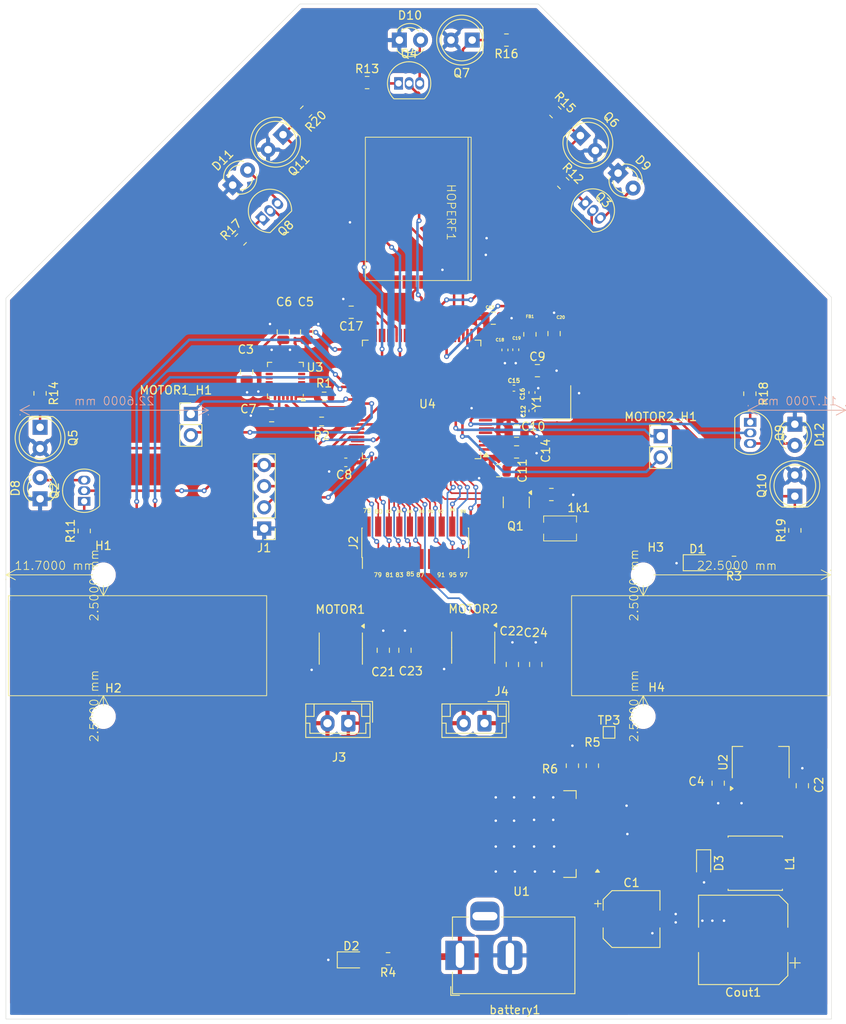
<source format=kicad_pcb>
(kicad_pcb (version 20240108) (generator "pcbnew") (generator_version "8.0")
  (layers (0 "F.Cu" signal) (31 "B.Cu" signal) (34 "B.Paste" user) (35 "F.Paste" user) (36 "B.SilkS" user "B.Silkscreen") (37 "F.SilkS" user "F.Silkscreen") (38 "B.Mask" user) (39 "F.Mask" user) (44 "Edge.Cuts" user))
  (net 0 "")
  (net 1 "12V")
  (net 2 "3.3V")
  (net 3 "3.3VA")
  (net 4 "/HSE_IN")
  (net 5 "M1_A")
  (net 6 "Net-(D2-A)")
  (net 7 "Net-(D1-A)")
  (net 8 "Net-(D3-K)")
  (net 9 "/HSE_OUT")
  (net 10 "SWDIO")
  (net 11 "SWCLK")
  (net 12 "ENC1A")
  (net 13 "ENC1B")
  (net 14 "ENC2A")
  (net 15 "ENC2B")
  (net 16 "M1_B")
  (net 19 "M2_A")
  (net 22 "M2_B")
  (net 23 "Net-(Q2-C)")
  (net 24 "Net-(Q8-C)")
  (net 25 "ADC2_IN5")
  (net 26 "IR4")
  (net 27 "ADC2_IN4")
  (net 28 "IR2")
  (net 29 "Net-(Q3-C)")
  (net 30 "ADC2_IN14")
  (net 31 "IR3")
  (net 32 "ADC2_IN6")
  (net 33 "IR5")
  (net 34 "IR1")
  (net 35 "/FB")
  (net 36 "GND")
  (net 37 "/NRST")
  (net 38 "BT_WKP")
  (net 40 "BT_INT")
  (net 41 "BT_PDN")
  (net 42 "I2C3_SDA")
  (net 43 "I2C3_SCL")
  (net 44 "M1_OUTA")
  (net 45 "M1_OUTB")
  (net 46 "M2_OUTA")
  (net 47 "M2_OUTB")
  (net 48 "USART1_RX")
  (net 49 "USART1_TX")
  (net 50 "MPU_INT")
  (net 51 "3.3V_un")
  (net 52 "ADC3_IN12")
  (net 53 "PIN_98")
  (net 54 "PIN_80")
  (net 55 "PIN_96")
  (net 56 "PIN_78")
  (net 57 "PIN_97")
  (net 58 "PIN_92")
  (net 59 "PIN_95")
  (net 60 "PIN_91")
  (net 61 "PIN_79")
  (net 62 "PIN_90")
  (net 63 "PIN_77")
  (net 64 "PIN_89")
  (net 65 "GPIO_BOOT0")
  (net 66 "PIN_88")
  (net 67 "PIN_82")
  (net 68 "PIN_86")
  (net 69 "PIN_87")
  (net 70 "PIN_85")
  (net 71 "PIN_84")
  (net 72 "PIN_81")
  (net 73 "PIN_83")
  (net 74 "Net-(U3-REGOUT)")
  (net 75 "Net-(U3-CPOUT)")
  (net 76 "Net-(D8-A)")
  (net 77 "Net-(D9-A)")
  (net 78 "Net-(Q1-E)")
  (net 79 "Net-(Q4-C)")
  (net 80 "Net-(Q9-C)")
  (net 130 "Net-(D10-A)")
  (net 131 "Net-(D11-A)")
  (net 132 "Net-(D12-A)")
  (footprint "Capacitor_SMD:C_0402_1005Metric" (layer "F.Cu") (at 173.3 80.5125 -90)
    (property "Reference" "C18")
    (property "Value" "100nF")
  )
  (footprint "Sensor_Motion:InvenSense_QFN-24_4x4mm_P0.5mm" (layer "F.Cu") (at 146.95 84.15 180)
    (property "Reference" "U3")
    (property "Value" "MPU-6050")
  )
  (footprint "LED_THT:LED_D5.0mm_Clear" (layer "F.Cu") (at 182.358714 54.789858 -45)
    (property "Reference" "Q6")
    (property "Value" "BPW40")
  )
  (footprint "Resistor_SMD:R_0805_2012Metric" (layer "F.Cu") (at 208.1 102.164695 90)
    (property "Reference" "R19")
    (property "Value" "R")
  )
  (footprint "Connector_PinHeader_2.54mm:PinHeader_1x04_P2.54mm_Vertical" (layer "F.Cu") (at 144.4 101.94 180)
    (property "Reference" "J1")
    (property "Value" "Conn_01x04_Pin")
  )
  (footprint "LED_THT:LED_D3.0mm_IRBlack" (layer "F.Cu") (at 186.886278 59.293807 -45)
    (property "Reference" "D9")
    (property "Value" "IR204A")
  )
  (footprint "MountingHole:MountingHole_2.5mm" (layer "F.Cu") (at 189.9 107.5)
    (property "Reference" "H3")
    (property "Value" "MountingHole")
  )
  (footprint "Resistor_SMD:R_0805_2012Metric" (layer "F.Cu") (at 180.3 60.5 -45)
    (property "Reference" "R12")
    (property "Value" "R")
  )
  (footprint "Resistor_SMD:R_0603_1608Metric" (layer "F.Cu") (at 151.6 86.1 180)
    (property "Reference" "R1")
    (property "Value" "4.7K")
  )
  (footprint "Capacitor_SMD:C_0805_2012Metric" (layer "F.Cu") (at 174.7 90.250001)
    (property "Reference" "C10")
    (property "Value" "100nF")
  )
  (footprint "Package_TO_SOT_SMD:SOT-223-3_TabPin2" (layer "F.Cu") (at 204 130 90)
    (property "Reference" "U2")
    (property "Value" "AMS1117-3.3")
  )
  (footprint "LED_SMD:LED_0805_2012Metric" (layer "F.Cu") (at 196.39 106.045)
    (property "Reference" "D1")
    (property "Value" "LED")
  )
  (footprint "Connector_PinHeader_2.54mm:PinHeader_1x02_P2.54mm_Vertical" (layer "F.Cu") (at 192 90.86)
    (property "Reference" "MOTOR2_H1")
    (property "Value" "Conn_01x02_Pin")
  )
  (footprint "LED_THT:LED_D5.0mm_Clear" (layer "F.Cu") (at 208.100002 98.064697 90)
    (property "Reference" "Q10")
    (property "Value" "BPW40")
  )
  (footprint "Capacitor_SMD:C_0402_1005Metric" (layer "F.Cu") (at 176.55 87.82 -90)
    (property "Reference" "C12")
    (property "Value" "10pF")
  )
  (footprint "LED_THT:LED_D5.0mm_Clear" (layer "F.Cu") (at 169.37 43.331144 180)
    (property "Reference" "Q7")
    (property "Value" "BPW40")
  )
  (footprint "Capacitor_SMD:C_0805_2012Metric" (layer "F.Cu") (at 145.3 88.4 180)
    (property "Reference" "C7")
    (property "Value" "2.2nF")
  )
  (footprint "Capacitor_SMD:C_0805_2012Metric" (layer "F.Cu") (at 174.7 92.750001)
    (property "Reference" "C14")
    (property "Value" "100nF")
  )
  (footprint "Capacitor_SMD:C_0805_2012Metric" (layer "F.Cu") (at 179.2 78.550001 90)
    (property "Reference" "C20")
    (property "Value" "1uF")
  )
  (footprint "blackpill:Tactile Switch 2-Pin SPST Round Button 3.95x3.0x2.0 mm - TS342A2P" (layer "F.Cu") (at 179.96 101.66 180)
    (property "Reference" "SW1" (hide yes))
    (property "Value" "SW_SPST")
  )
  (footprint "Resistor_SMD:R_0805_2012Metric" (layer "F.Cu") (at 141.585886 67.260405 45)
    (property "Reference" "R17")
    (property "Value" "R")
  )
  (footprint "Diode_SMD:D_SOD-323" (layer "F.Cu") (at 197.15 142.1 -90)
    (property "Reference" "D3")
    (property "Value" "B5819W")
  )
  (footprint "blackpill:BT4502" (layer "F.Cu") (at 163.1 64.025 -90)
    (property "Reference" "HOPERF1")
    (property "Value" "~")
  )
  (footprint "Capacitor_SMD:C_0805_2012Metric" (layer "F.Cu") (at 154.85 75.99 180)
    (property "Reference" "C17")
    (property "Value" "100nF")
  )
  (footprint "Package_TO_SOT_THT:TO-92_Inline" (layer "F.Cu") (at 202.740001 89.194695 -90)
    (property "Reference" "Q9")
    (property "Value" "BC547")
  )
  (footprint "Capacitor_SMD:CP_Elec_6.3x7.7" (layer "F.Cu") (at 188.5 148.8)
    (property "Reference" "C1")
    (property "Value" "100uF")
  )
  (footprint "Resistor_SMD:R_0603_1608Metric" (layer "F.Cu") (at 151.3 89.1)
    (property "Reference" "R2")
    (property "Value" "4.7K")
  )
  (footprint "Package_TO_SOT_THT:TO-92_Inline" (layer "F.Cu") (at 144.203949 64.727195 45)
    (property "Reference" "Q8")
    (property "Value" "BC547")
  )
  (footprint "TestPoint:TestPoint_Pad_1.0x1.0mm" (layer "F.Cu") (at 185.8 126.4)
    (property "Reference" "TP3")
    (property "Value" "TestPoint")
  )
  (footprint "Capacitor_SMD:C_0805_2012Metric" (layer "F.Cu") (at 172.550001 95)
    (property "Reference" "C11")
    (property "Value" "100nF")
  )
  (footprint "Resistor_SMD:R_0805_2012Metric" (layer "F.Cu") (at 200.8 106 180)
    (property "Reference" "R3")
    (property "Value" "1k")
  )
  (footprint "MountingHole:MountingHole_2.5mm" (layer "F.Cu") (at 125.1 107.5)
    (property "Reference" "H1")
    (property "Value" "MountingHole")
  )
  (footprint "Connector_JST:JST_EH_B2B-EH-A_1x02_P2.50mm_Vertical" (layer "F.Cu") (at 170.85 125.3 180)
    (property "Reference" "J4")
    (property "Value" "Conn_01x02_Pin")
  )
  (footprint "Resistor_SMD:R_0805_2012Metric" (layer "F.Cu") (at 181.4 130.4 -90)
    (property "Reference" "R6")
    (property "Value" "3k")
  )
  (footprint "Resistor_SMD:R_0805_2012Metric" (layer "F.Cu") (at 156.7575 48.431144)
    (property "Reference" "R13")
    (property "Value" "R")
  )
  (footprint "Package_TO_SOT_THT:TO-92_Inline" (layer "F.Cu") (at 122.8 98.675001 90)
    (property "Reference" "Q2")
    (property "Value" "BC547")
  )
  (footprint "Capacitor_SMD:C_0805_2012Metric" (layer "F.Cu") (at 171.9 76.7)
    (property "Reference" "C13")
    (property "Value" "100nF")
  )
  (footprint "Capacitor_SMD:CP_Elec_10x14.3" (layer "F.Cu") (at 201.9 151.3 180)
    (property "Reference" "Cout1")
    (property "Value" "470uF")
  )
  (footprint "Connector_BarrelJack:BarrelJack_Horizontal" (layer "F.Cu") (at 167.9 153.1575 180)
    (property "Reference" "battery1")
    (property "Value" "Conn_01x02_Pin")
  )
  (footprint "Package_QFP:LQFP-100_14x14mm_P0.5mm" (layer "F.Cu") (at 163.3 86.450001 180)
    (property "Reference" "U4")
    (property "Value" "STM32F407VETx")
  )
  (footprint "Capacitor_SMD:C_0805_2012Metric" (layer "F.Cu") (at 146.7 78.349999 90)
    (property "Reference" "C6")
    (property "Value" "0.1uF")
  )
  (footprint "Capacitor_SMD:C_0805_2012Metric" (layer "F.Cu") (at 209 132.8 90)
    (property "Reference" "C2")
    (property "Value" "10uF")
  )
  (footprint "Connector_JST:JST_EH_B2B-EH-A_1x02_P2.50mm_Vertical" (layer "F.Cu") (at 154.5 125.3 180)
    (property "Reference" "J3")
    (property "Value" "Conn_01x02_Pin")
  )
  (footprint "Resistor_SMD:R_0805_2012Metric" (layer "F.Cu") (at 176.3 78.637501 -90)
    (property "Reference" "FB1")
    (property "Value" "120R")
  )
  (footprint "LED_SMD:LED_0805_2012Metric" (layer "F.Cu") (at 154.8625 153.7)
    (property "Reference" "D2")
    (property "Value" "LED")
  )
  (footprint "Capacitor_SMD:C_0603_1608Metric" (layer "F.Cu") (at 154.2 94 180)
    (property "Reference" "C8")
    (property "Value" "10uF")
  )
  (footprint "Crystal:Crystal_SMD_3225-4Pin_3.2x2.5mm" (layer "F.Cu") (at 179.55 86.8 90)
    (property "Reference" "Y1")
    (property "Value" "Crystal_GND24")
  )
  (footprint "Capacitor_SMD:C_0805_2012Metric" (layer "F.Cu") (at 142.3 83.15 -90)
    (property "Reference" "C3")
    (property "Value" "0.1uF")
  )
  (footprint "Package_TO_SOT_THT:TO-92_Inline" (layer "F.Cu") (at 182.954765 62.885909 -45)
    (property "Reference" "Q3")
    (property "Value" "BC547")
  )
  (footprint "LED_THT:LED_D3.0mm_IRBlack" (layer "F.Cu") (at 160.63 43.331144)
    (property "Reference" "D10")
    (property "Value" "IR204A")
  )
  (footprint "MountingHole:MountingHole_2.5mm" (layer "F.Cu") (at 125.1 124.5)
    (property "Reference" "H2")
    (property "Value" "MountingHole")
  )
  (footprint "Resistor_SMD:R_0805_2012Metric" (layer "F.Cu") (at 183.8 130.4 -90)
    (property "Reference" "R5")
    (property "Value" "5k")
  )
  (footprint "Capacitor_SMD:C_0805_2012Metric" (layer "F.Cu") (at 198.9 132.5 -90)
    (property "Reference" "C4")
    (property "Value" "10uF")
  )
  (footprint "Capacitor_SMD:C_0402_1005Metric" (layer "F.Cu") (at 174.38 85.1)
    (property "Reference" "C15")
    (property "Value" "100nF")
  )
  (footprint "LED_THT:LED_D3.0mm_IRBlack" (layer "F.Cu") (at 208.100001 89.424696 -90)
    (property "Reference" "D12")
    (property "Value" "IR204A")
  )
  (footprint "Inductor_SMD:L_Sunlord_SWPA6045S" (layer "F.Cu") (at 203.35 142.1)
    (property "Reference" "L1")
    (property "Value" "470uH")
  )
  (footprint "Resistor_SMD:R_0805_2012Metric" (layer "F.Cu") (at 159.2725 153.565 180)
    (property "Reference" "R4")
    (property "Value" "1k")
  )
  (footprint "Package_SO:SOP-8_3.76x4.96mm_P1.27mm" (layer "F.Cu") (at 153.6 116.350001 -90)
    (property "Reference" "MOTOR1")
    (property "Value" "~")
  )
  (footprint "Package_TO_SOT_SMD:TO-263-5_TabPin3" (layer "F.Cu") (at 177.025 138.6 180)
    (property "Reference" "U1")
    (property "Value" "LM2576")
  )
  (footprint "Capacitor_SMD:C_0402_1005Metric" (layer "F.Cu") (at 176.55 85.62 90)
    (property "Reference" "C16")
    (property "Value" "10pF")
  )
  (footprint "Capacitor_SMD:C_0805_2012Metric" (layer "F.Cu") (at 158.7 116.550001 90)
    (property "Reference" "C21")
    (property "Value" "10uF")
  )
  (footprint "LED_THT:LED_D5.0mm_Clear" (layer "F.Cu") (at 146.668216 54.682743 -135)
    (property "Reference" "Q11")
    (property "Value" "BPW40")
  )
  (footprint "Capacitor_SMD:C_0402_1005Metric" (layer "F.Cu") (at 174.6 80.4875 -90)
    (property "Reference" "C19")
    (property "Value" "1uF")
  )
  (footprint "Capacitor_SMD:C_0805_2012Metric" (layer "F.Cu") (at 149.5 78.349999 -90)
    (property "Reference" "C5")
    (property "Value" "0.1uF")
  )
  (footprint "LED_THT:LED_D3.0mm_IRBlack" (layer "F.Cu") (at 140.622453 60.728506 45)
    (property "Reference" "D11")
    (property "Value" "IR204A")
  )
  (footprint "Resistor_SMD:R_0805_2012Metric" (layer "F.Cu") (at 149.434772 51.916188 -135)
    (property "Reference" "R20")
    (property "Value" "R")
  )
  (footprint "Resistor_SMD:R_0805_2012Metric" (layer "F.Cu") (at 179.354765 51.985909 -45)
    (property "Reference" "R15")
    (property "Value" "R")
  )
  (footprint "Package_TO_SOT_THT:TO-92_Inline" (layer "F.Cu") (at 160.53 48.531144)
    (property "Reference" "Q4")
    (property "Value" "BC547")
  )
  (footprint "LED_THT:LED_D5.0mm_Clear" (layer "F.Cu") (at 117.500001 89.795001 -90)
    (property "Reference" "Q5")
    (property "Value" "BPW40")
  )
  (footprint "MountingHole:MountingHole_2.5mm" (layer "F.Cu") (at 189.9 124.5)
    (property "Reference" "H4")
    (property "Value" "MountingHole")
  )
  (footprint "Resistor_SMD:R_0805_2012Metric" (layer "F.Cu") (at 122.800001 102.235001 90)
    (property "Reference" "R11")
    (property "Value" "R")
  )
  (footprint "Package_TO_SOT_SMD:SOT-23" (layer "F.Cu") (at 174.66 98.7975 -90)
    (property "Reference" "Q1")
    (property "Value" "BC107")
  )
  (footprint "Capacitor_SMD:C_0805_2012Metric" (layer "F.Cu") (at 177.2 83)
    (property "Reference" "C9")
    (property "Value" "100nF")
  )
  (footprint "Resistor_SMD:R_0805_2012Metric" (layer "F.Cu") (at 117.500001 85.722501 -90)
    (property "Reference" "R14")
    (property "Value" "R")
  )
  (footprint "Resistor_SMD:R_0805_2012Metric" (layer "F.Cu") (at 173.4825 43.331144 180)
    (property "Reference" "R16")
    (property "Value" "R")
  )
  (footprint "Connector_PinHeader_1.27mm:PinHeader_2x10_P1.27mm_Vertical_SMD" (layer "F.Cu") (at 162.535 103.65 90)
    (property "Reference" "J2")
    (property "Value" "Conn_01x20_Pin")
  )
  (footprint "Capacitor_SMD:C_0805_2012Metric" (layer "F.Cu") (at 174.195 118.250001 90)
    (property "Reference" "C22")
    (property "Value" "10uF")
  )
  (footprint "Resistor_SMD:R_0805_2012Metric" (layer "F.Cu") (at 178.8725 97.86 180)
    (property "Reference" "1k1")
    (property "Value" "10K")
  )
  (footprint "LED_THT:LED_D3.0mm_IRBlack" (layer "F.Cu") (at 117.500001 98.375 90)
    (property "Reference" "D8")
    (property "Value" "IR204A")
  )
  (footprint "Connector_PinHeader_2.54mm:PinHeader_1x02_P2.54mm_Vertical" (layer "F.Cu") (at 135.6 88.2)
    (property "Reference" "MOTOR1_H1")
    (property "Value" "Conn_01x02_Pin")
  )
  (footprint "Package_SO:SOP-8_3.76x4.96mm_P1.27mm" (layer "F.Cu") (at 169.495 116.2375 -90)
    (property "Reference" "MOTOR2")
    (property "Value" "~")
  )
  (footprint "Capacitor_SMD:C_0805_2012Metric" (layer "F.Cu") (at 161.3 116.550001 90)
    (property "Reference" "C23")
    (property "Value" "0.1uF")
  )
  (footprint "Resistor_SMD:R_0805_2012Metric" (layer "F.Cu") (at 202.700003 85.764696 -90)
    (property "Reference" "R18")
    (property "Value" "R")
  )
  (footprint "Capacitor_SMD:C_0805_2012Metric" (layer "F.Cu") (at 176.995 118.250001 90)
    (property "Reference" "C24")
    (property "Value" "0.1uF")
  )
  (gr_rect (start 113.7 110) (end 144.7 122) (stroke (width 0.1)) (fill none) (layer "F.SilkS"))
  (gr_rect (start 181.3 110) (end 212.3 122) (stroke (width 0.1)) (fill none) (layer "F.SilkS"))
  (gr_poly (pts (xy 113.4 74.3) (xy 113.4 160.8) (xy 212.5 160.8) (xy 212.5 74.2) (xy 177.3 39) (xy 148.7 39)) (stroke (width 0.05)) (fill none) (layer "Edge.Cuts"))
  (gr_text "96" (at 166.6 99.9 0) (layer "F.SilkS") (effects (font (size 0.35 0.35) (thickness 0.0875)) (justify left bottom)))
  (gr_text "97\n" (at 167.8 107.8 0) (layer "F.SilkS") (effects (font (size 0.5 0.5) (thickness 0.1)) (justify left bottom)))
  (gr_text "90" (at 164 100.1 0) (layer "F.SilkS") (effects (font (size 0.35 0.35) (thickness 0.0875)) (justify left bottom)))
  (gr_text "78\n" (at 156.2 100.1 0) (layer "F.SilkS") (effects (font (size 0.5 0.5) (thickness 0.1)) (justify left bottom)))
  (gr_text "87\n" (at 162.6 107.8 0) (layer "F.SilkS") (effects (font (size 0.5 0.5) (thickness 0.1)) (justify left bottom)))
  (gr_text "88" (at 162.9 100.1 0) (layer "F.SilkS") (effects (font (size 0.35 0.35) (thickness 0.0875)) (justify left bottom)))
  (gr_text "79\n" (at 157.5 107.8 0) (layer "F.SilkS") (effects (font (size 0.5 0.5) (thickness 0.1)) (justify left bottom)))
  (gr_text "84		" (at 160.3 100.1 0) (layer "F.SilkS") (effects (font (size 0.35 0.35) (thickness 0.0875)) (justify left bottom)))
  (gr_text "81\n" (at 158.9 107.8 0) (layer "F.SilkS") (effects (font (size 0.5 0.5) (thickness 0.1)) (justify left bottom)))
  (gr_text "95\n" (at 166.5 107.8 0) (layer "F.SilkS") (effects (font (size 0.5 0.5) (thickness 0.1)) (justify left bottom)))
  (gr_text "86\n" (at 161.5 100.1 0) (layer "F.SilkS") (effects (font (size 0.35 0.35) (thickness 0.0875)) (justify left bottom)))
  (gr_text "80\n" (at 157.6 100.2 0) (layer "F.SilkS") (effects (font (size 0.5 0.5) (thickness 0.1)) (justify left bottom)))
  (gr_text "82\n" (at 159 100.1 0) (layer "F.SilkS") (effects (font (size 0.35 0.35) (thickness 0.0875)) (justify left bottom)))
  (gr_text "91\n" (at 165.1 107.8 0) (layer "F.SilkS") (effects (font (size 0.5 0.5) (thickness 0.1)) (justify left bottom)))
  (gr_text "85\n" (at 161.4 107.7 0) (layer "F.SilkS") (effects (font (size 0.5 0.5) (thickness 0.1)) (justify left bottom)))
  (gr_text "98\n" (at 167.9 100.1 0) (layer "F.SilkS") (effects (font (size 0.35 0.35) (thickness 0.0875)) (justify left bottom)))
  (gr_text "83\n" (at 160.1 107.8 0) (layer "F.SilkS") (effects (font (size 0.5 0.5) (thickness 0.1)) (justify left bottom)))
  (gr_text "92\n" (at 165.2 100.1 0) (layer "F.SilkS") (effects (font (size 0.35 0.35) (thickness 0.0875)) (justify left bottom)))
  (dimension (type aligned) (layer "B.SilkS") (pts (xy 137.7 87.74605) (xy 115.1 87.74605)) (height 0) (gr_text "22.6000 mm" (at 126.4 86.64605 0) (layer "B.SilkS") (effects (font (size 1 1) (thickness 0.1)) (justify mirror))) (format (prefix "") (suffix "") (units 3) (units_format 1) (precision 4)) (style (thickness 0.1) (arrow_length 1.27) (text_position_mode 0) (extension_height 0.58642) (extension_offset 0.5) keep_text_aligned))
  (dimension (type aligned) (layer "B.SilkS") (pts (xy 202.5 87.74605) (xy 214.2 87.74605)) (height 0) (gr_text "11.7000 mm" (at 208.35 86.64605 0) (layer "B.SilkS") (effects (font (size 1 1) (thickness 0.1)) (justify mirror))) (format (prefix "") (suffix "") (units 3) (units_format 1) (precision 4)) (style (thickness 0.1) (arrow_length 1.27) (text_position_mode 0) (extension_height 0.58642) (extension_offset 0.5) keep_text_aligned))
  (dimension (type aligned) (layer "F.SilkS") (pts (xy 125.1 107.5) (xy 113.4 107.5)) (height 0) (gr_text "11.7000 mm" (at 119.25 106.4 0) (layer "F.SilkS") (effects (font (size 1 1) (thickness 0.1)))) (format (prefix "") (suffix "") (units 3) (units_format 1) (precision 4)) (style (thickness 0.1) (arrow_length 1.27) (text_position_mode 0) (extension_height 0.58642) (extension_offset 0.5) keep_text_aligned))
  (dimension (type aligned) (layer "F.SilkS") (pts (xy 189.9 124.5) (xy 189.9 122)) (height 0) (gr_text "2.5000 mm" (at 188.8 123.25 90) (layer "F.SilkS") (effects (font (size 1 1) (thickness 0.1)))) (format (prefix "") (suffix "") (units 3) (units_format 1) (precision 4)) (style (thickness 0.1) (arrow_length 1.27) (text_position_mode 0) (extension_height 0.58642) (extension_offset 0.5) keep_text_aligned))
  (dimension (type aligned) (layer "F.SilkS") (pts (xy 189.9 107.5) (xy 189.9 110)) (height 0) (gr_text "2.5000 mm" (at 188.8 108.75 90) (layer "F.SilkS") (effects (font (size 1 1) (thickness 0.1)))) (format (prefix "") (suffix "") (units 3) (units_format 1) (precision 4)) (style (thickness 0.1) (arrow_length 1.27) (text_position_mode 0) (extension_height 0.58642) (extension_offset 0.5) keep_text_aligned))
  (dimension (type aligned) (layer "F.SilkS") (pts (xy 125.1 107.5) (xy 125.1 110)) (height 0) (gr_text "2.5000 mm" (at 124 108.75 90) (layer "F.SilkS") (effects (font (size 1 1) (thickness 0.1)))) (format (prefix "") (suffix "") (units 3) (units_format 1) (precision 4)) (style (thickness 0.1) (arrow_length 1.27) (text_position_mode 0) (extension_height 0.58642) (extension_offset 0.5) keep_text_aligned))
  (dimension (type aligned) (layer "F.SilkS") (pts (xy 125.1 124.5) (xy 125.1 122)) (height 0) (gr_text "2.5000 mm" (at 124 123.25 90) (layer "F.SilkS") (effects (font (size 1 1) (thickness 0.1)))) (format (prefix "") (suffix "") (units 3) (units_format 1) (precision 4)) (style (thickness 0.1) (arrow_length 1.27) (text_position_mode 0) (extension_height 0.58642) (extension_offset 0.5) keep_text_aligned))
  (dimension (type aligned) (layer "F.SilkS") (pts (xy 189.9 107.5) (xy 212.4 107.5)) (height 0) (gr_text "22.5000 mm" (at 201.15 106.4 0) (layer "F.SilkS") (effects (font (size 1 1) (thickness 0.1)))) (format (prefix "") (suffix "") (units 3) (units_format 1) (precision 4)) (style (thickness 0.1) (arrow_length 1.27) (text_position_mode 0) (extension_height 0.58642) (extension_offset 0.5) keep_text_aligned))
  (segment (start 167.4925 153.565) (end 167.9 153.1575) (width 0.3) (layer "F.Cu") (net 1))
  (segment (start 160.185 153.565) (end 167.4925 153.565) (width 0.3) (layer "F.Cu") (net 1))
  (segment (start 168.299999 77.871882) (end 169.471881 76.7) (width 0.3) (layer "F.Cu") (net 2))
  (segment (start 171.87812 87.450001) (end 172.125 87.696881) (width 0.3) (layer "F.Cu") (net 2))
  (segment (start 173.750001 91.821883) (end 173.750001 92.750001) (width 0.3) (layer "F.Cu") (net 2))
  (segment (start 175.799999 83.450001) (end 176.25 83) (width 0.3) (layer "F.Cu") (net 2))
  (segment (start 171.600002 95) (end 170.174999 95) (width 0.3) (layer "F.Cu") (net 2))
  (segment (start 179.149999 79.550001) (end 179.2 79.5) (width 0.5) (layer "F.Cu") (net 2))
  (segment (start 172.125 88.425) (end 173.750001 90.050001) (width 0.3) (layer "F.Cu") (net 2))
  (segment (start 155.625 92.450001) (end 154.975 93.100001) (width 0.3) (layer "F.Cu") (net 2))
  (segment (start 172.125 87.696881) (end 172.125 88.425) (width 0.3) (layer "F.Cu") (net 2))
  (segment (start 170.174999 95) (end 169.3 94.125001) (width 0.3) (layer "F.Cu") (net 2))
  (segment (start 157.3 78.775001) (end 157.3 77.490001) (width 0.3) (layer "F.Cu") (net 2))
  (segment (start 142.3 82.200001) (end 142.999999 82.9) (width 0.3) (layer "F.Cu") (net 2))
  (segment (start 171.878119 89.950001) (end 173.750001 91.821883) (width 0.3) (layer "F.Cu") (net 2))
  (segment (start 170.975 89.950001) (end 171.878119 89.950001) (width 0.3) (layer "F.Cu") (net 2))
  (segment (start 142.999999 82.9) (end 145 82.9) (width 0.3) (layer "F.Cu") (net 2))
  (segment (start 170.975 83.450001) (end 175.799999 83.450001) (width 0.3) (layer "F.Cu") (net 2))
  (segment (start 149.5 80.9) (end 149.5 80.149999) (width 0.3) (layer "F.Cu") (net 2))
  (segment (start 170.975 87.450001) (end 171.87812 87.450001) (width 0.3) (layer "F.Cu") (net 2))
  (segment (start 157.3 77.490001) (end 155.799999 75.99) (width 0.3) (layer "F.Cu") (net 2))
  (segment (start 169.471881 76.7) (end 170.950001 76.7) (width 0.3) (layer "F.Cu") (net 2))
  (segment (start 147.7 82.2) (end 147.7 81.67188) (width 0.3) (layer "F.Cu") (net 2))
  (segment (start 176.3 79.550001) (end 179.149999 79.550001) (width 0.5) (layer "F.Cu") (net 2))
  (segment (start 173.750001 90.050001) (end 173.750001 90.250001) (width 0.3) (layer "F.Cu") (net 2))
  (segment (start 173.450001 89.950001) (end 173.750001 90.250001) (width 0.3) (layer "F.Cu") (net 2))
  (segment (start 148.975 81.425) (end 149.5 80.9) (width 0.3) (layer "F.Cu") (net 2))
  (segment (start 147.7 81.67188) (end 147.94688 81.425) (width 0.3) (layer "F.Cu") (net 2))
  (segment (start 154.975 93.100001) (end 154.975 94) (width 0.3) (layer "F.Cu") (net 2))
  (segment (start 168.299999 78.775001) (end 168.299999 77.871882) (width 0.3) (layer "F.Cu") (net 2))
  (segment (start 147.94688 81.425) (end 148.975 81.425) (width 0.3) (layer "F.Cu") (net 2))
  (segment (start 172.4 80.6) (end 172.9925 80.0075) (width 0.3) (layer "F.Cu") (net 3))
  (segment (start 170.975 81.950001) (end 170.975 82.45) (width 0.3) (layer "F.Cu") (net 3))
  (segment (start 174.575 80.0325) (end 174.6 80.0075) (width 0.3) (layer "F.Cu") (net 3))
  (segment (start 174.6 79.425001) (end 174.6 80.0075) (width 0.3) (layer "F.Cu") (net 3))
  (segment (start 172.9925 80.0075) (end 174.6 80.0075) (width 0.3) (layer "F.Cu") (net 3))
  (segment (start 176.3 77.725001) (end 174.6 79.425001) (width 0.3) (layer "F.Cu") (net 3))
  (segment (start 171.878121 81.950001) (end 172.4 81.428122) (width 0.3) (layer "F.Cu") (net 3))
  (segment (start 170.975 81.950001) (end 171.878121 81.950001) (width 0.3) (layer "F.Cu") (net 3))
  (segment (start 172.4 81.428122) (end 172.4 80.6) (width 0.3) (layer "F.Cu") (net 3))
  (segment (start 180.4 87.6) (end 180.4 87.9) (width 0.3) (layer "F.Cu") (net 4))
  (segment (start 170.975 86.950001) (end 172.250001 86.950001) (width 0.3) (layer "F.Cu") (net 4))
  (segment (start 176.19 87.7) (end 176.55 87.34) (width 0.3) (layer "F.Cu") (net 4))
  (segment (start 180.1 87.8) (end 180.1 87.9) (width 0.3) (layer "F.Cu") (net 4))
  (segment (start 172.250001 86.950001) (end 173 87.7) (width 0.3) (layer "F.Cu") (net 4))
  (segment (start 177.04 86.85) (end 179.65 86.85) (width 0.3) (layer "F.Cu") (net 4))
  (segment (start 173 87.7) (end 176.19 87.7) (width 0.3) (layer "F.Cu") (net 4))
  (segment (start 179.65 86.85) (end 180.4 87.6) (width 0.3) (layer "F.Cu") (net 4))
  (segment (start 176.55 87.34) (end 177.04 86.85) (width 0.3) (layer "F.Cu") (net 4))
  (segment (start 129.1 103.8) (end 134 108.7) (width 0.3) (layer "F.Cu") (net 5))
  (segment (start 153.950001 84.450001) (end 155.625 84.450001) (width 0.3) (layer "F.Cu") (net 5))
  (segment (start 152.965 112.565) (end 152.965 113.812501) (width 0.3) (layer "F.Cu") (net 5))
  (segment (start 129.1 98.7) (end 129.1 103.8) (width 0.3) (layer "F.Cu") (net 5))
  (segment (start 149.1 108.7) (end 152.965 112.565) (width 0.3) (layer "F.Cu") (net 5))
  (segment (start 134 108.7) (end 149.1 108.7) (width 0.3) (layer "F.Cu") (net 5))
  (segment (start 152.95 83.45) (end 153.950001 84.450001) (width 0.3) (layer "F.Cu") (net 5))
  (via (at 152.95 83.45) (size 0.6) (drill 0.3) (layers "F.Cu" "B.Cu") (net 5))
  (via (at 129.1 98.7) (size 0.6) (drill 0.3) (layers "F.Cu" "B.Cu") (net 5))
  (segment (start 152.95 83.45) (end 148.8 79.3) (width 0.3) (layer "B.Cu") (net 5))
  (segment (start 135.4 79.3) (end 129.1 85.6) (width 0.3) (layer "B.Cu") (net 5))
  (segment (start 129.1 85.6) (end 129.1 98.7) (width 0.3) (layer "B.Cu") (net 5))
  (segment (start 148.8 79.3) (end 135.4 79.3) (width 0.3) (layer "B.Cu") (net 5))
  (segment (start 155.8 153.7) (end 158.225 153.7) (width 0.3) (layer "F.Cu") (net 6))
  (segment (start 158.225 153.7) (end 158.36 153.565) (width 0.3) (layer "F.Cu") (net 6))
  (segment (start 199.8425 106.045) (end 199.8875 106) (width 0.3) (layer "F.Cu") (net 7))
  (segment (start 197.3275 106.045) (end 199.8425 106.045) (width 0.3) (layer "F.Cu") (net 7))
  (segment (start 196.4 140.3) (end 197.15 141.05) (width 0.5) (layer "F.Cu") (net 8))
  (segment (start 184.674999 140.3) (end 196.4 140.3) (width 0.5) (layer "F.Cu") (net 8))
  (segment (start 175.85 86.8) (end 176.55 86.1) (width 0.3) (layer "F.Cu") (net 9))
  (segment (start 172.807107 86.8) (end 175.85 86.8) (width 0.3) (layer "F.Cu") (net 9))
  (segment (start 178.3 86.1) (end 178.7 85.7) (width 0.3) (layer "F.Cu") (net 9))
  (segment (start 170.975001 86.450001) (end 172.457108 86.450001) (width 0.3) (layer "F.Cu") (net 9))
  (segment (start 176.55 86.1) (end 178.3 86.1) (width 0.3) (layer "F.Cu") (net 9))
  (segment (start 172.457108 86.450001) (end 172.807107 86.8) (width 0.3) (layer "F.Cu") (net 9))
  (segment (start 155.625 90.950001) (end 154.721879 90.950001) (width 0.3) (layer "F.Cu") (net 10))
  (segment (start 154.721879 90.950001) (end 148.811879 96.860001) (width 0.3) (layer "F.Cu") (net 10))
  (segment (start 148.811879 96.860001) (end 144.4 96.860001) (width 0.3) (layer "F.Cu") (net 10))
  (segment (start 157.3 93) (end 157.3 94.125001) (width 0.3) (layer "F.Cu") (net 11))
  (segment (start 145.6 98.2) (end 144.4 99.4) (width 0.3) (layer "F.Cu") (net 11))
  (segment (start 152.1 98.2) (end 145.6 98.2) (width 0.3) (layer "F.Cu") (net 11))
  (via (at 152.1 98.2) (size 0.6) (drill 0.3) (layers "F.Cu" "B.Cu") (net 11))
  (via (at 157.3 93) (size 0.6) (drill 0.3) (layers "F.Cu" "B.Cu") (net 11))
  (segment (start 152.1 98.2) (end 157.3 93) (width 0.3) (layer "B.Cu") (net 11))
  (segment (start 154.2 86.4) (end 154.250001 86.450001) (width 0.3) (layer "F.Cu") (net 12))
  (segment (start 154.250001 86.450001) (end 155.624999 86.450001) (width 0.3) (layer "F.Cu") (net 12))
  (via (at 154.2 86.4) (size 0.6) (drill 0.3) (layers "F.Cu" "B.Cu") (net 12))
  (segment (start 135.6 88.2) (end 137.1 86.7) (width 0.3) (layer "B.Cu") (net 12))
  (segment (start 154.2 86.4) (end 153.9 86.7) (width 0.3) (layer "B.Cu") (net 12))
  (segment (start 153.9 86.7) (end 137.1 86.7) (width 0.3) (layer "B.Cu") (net 12))
  (segment (start 135.94 90.4) (end 135.6 90.74) (width 0.3) (layer "F.Cu") (net 13))
  (segment (start 142.7 90.4) (end 135.94 90.4) (width 0.3) (layer "F.Cu") (net 13))
  (segment (start 157.3 86.950001) (end 155.625 86.950001) (width 0.3) (layer "F.Cu") (net 13))
  (via (at 157.3 86.950001) (size 0.6) (drill 0.3) (layers "F.Cu" "B.Cu") (net 13))
  (via (at 142.7 90.4) (size 0.6) (drill 0.3) (layers "F.Cu" "B.Cu") (net 13))
  (segment (start 155.5 90.4) (end 157.3 88.6) (width 0.3) (layer "B.Cu") (net 13))
  (segment (start 142.7 90.4) (end 155.5 90.4) (width 0.3) (layer "B.Cu") (net 13))
  (segment (start 157.3 88.6) (end 157.3 86.950001) (width 0.3) (layer "B.Cu") (net 13))
  (segment (start 168.749999 80.950001) (end 170.975 80.950001) (width 0.3) (layer "F.Cu") (net 14))
  (segment (start 167.4 89.9) (end 167.4 82.3) (width 0.3) (layer "F.Cu") (net 14))
  (segment (start 167.4 82.3) (end 168.749999 80.950001) (width 0.3) (layer "F.Cu") (net 14))
  (via (at 167.4 89.9) (size 0.6) (drill 0.3) (layers "F.Cu" "B.Cu") (net 14))
  (segment (start 190.85 90.86) (end 192 90.86) (width 0.3) (layer "B.Cu") (net 14))
  (segment (start 167.6 90.1) (end 190.09 90.1) (width 0.3) (layer "B.Cu") (net 14))
  (segment (start 190.09 90.1) (end 190.85 90.86) (width 0.3) (layer "B.Cu") (net 14))
  (segment (start 167.4 89.9) (end 167.6 90.1) (width 0.3) (layer "B.Cu") (net 14))
  (segment (start 168.2 90.9) (end 168.2 83.321881) (width 0.3) (layer "F.Cu") (net 15))
  (segment (start 168.2 83.321881) (end 170.071879 81.450002) (width 0.3) (layer "F.Cu") (net 15))
  (segment (start 170.071879 81.450002) (end 170.975 81.450002) (width 0.3) (layer "F.Cu") (net 15))
  (via (at 168.2 90.9) (size 0.6) (drill 0.3) (layers "F.Cu" "B.Cu") (net 15))
  (segment (start 190.25 95.15) (end 192 93.4) (width 0.3) (layer "B.Cu") (net 15))
  (segment (start 173.15 95.15) (end 190.25 95.15) (width 0.3) (layer "B.Cu") (net 15))
  (segment (start 168.9 90.9) (end 173.15 95.15) (width 0.3) (layer "B.Cu") (net 15))
  (segment (start 168.2 90.9) (end 168.9 90.9) (width 0.3) (layer "B.Cu") (net 15))
  (segment (start 153.749999 84.950001) (end 155.625 84.950001) (width 0.3) (layer "F.Cu") (net 16))
  (segment (start 154.235 111.135) (end 154.235 113.812501) (width 0.3) (layer "F.Cu") (net 16))
  (segment (start 153.5 85.2) (end 153.749999 84.950001) (width 0.3) (layer "F.Cu") (net 16))
  (segment (start 131.3 98.6) (end 131.3 100.1) (width 0.3) (layer "F.Cu") (net 16))
  (segment (start 131.3 100.1) (end 138.4 107.2) (width 0.3) (layer "F.Cu") (net 16))
  (segment (start 150.3 107.2) (end 154.235 111.135) (width 0.3) (layer "F.Cu") (net 16))
  (segment (start 138.4 107.2) (end 150.3 107.2) (width 0.3) (layer "F.Cu") (net 16))
  (via (at 131.3 98.6) (size 0.6) (drill 0.3) (layers "F.Cu" "B.Cu") (net 16))
  (via (at 153.5 85.2) (size 0.6) (drill 0.3) (layers "F.Cu" "B.Cu") (net 16))
  (segment (start 131.3 85.6) (end 133.1 83.8) (width 0.3) (layer "B.Cu") (net 16))
  (segment (start 152.1 83.8) (end 153.5 85.2) (width 0.3) (layer "B.Cu") (net 16))
  (segment (start 133.1 83.8) (end 152.1 83.8) (width 0.3) (layer "B.Cu") (net 16))
  (segment (start 131.3 94.7) (end 131.3 98.6) (width 0.3) (layer "B.Cu") (net 16))
  (segment (start 131.3 94.7) (end 131.3 85.6) (width 0.3) (layer "B.Cu") (net 16))
  (segment (start 161.4625 112.3625) (end 168.1625 112.3625) (width 0.3) (layer "F.Cu") (net 19))
  (segment (start 157.55312 95.275001) (end 157.124999 95.275001) (width 0.2) (layer "F.Cu") (net 19))
  (segment (start 154.8 105.7) (end 161.4625 112.3625) (width 0.3) (layer "F.Cu") (net 19))
  (segment (start 157.8 95.028121) (end 157.55312 95.275001) (width 0.2) (layer "F.Cu") (net 19))
  (segment (start 154.8 105.7) (end 154.8 97.6) (width 0.3) (layer "F.Cu") (net 19))
  (segment (start 157.8 94.125001) (end 157.8 95.028121) (width 0.2) (layer "F.Cu") (net 19))
  (segment (start 157.124999 95.275001) (end 154.8 97.6) (width 0.2) (layer "F.Cu") (net 19))
  (segment (start 168.1625 112.3625) (end 168.86 113.06) (width 0.3) (layer "F.Cu") (net 19))
  (segment (start 168.86 113.06) (end 168.86 113.7) (width 0.3) (layer "F.Cu") (net 19))
  (segment (start 163.7 99.052943) (end 162.9 98.252943) (width 0.2) (layer "F.Cu") (net 22))
  (segment (start 162.9 98.252943) (end 162.9 97.259802) (width 0.2) (layer "F.Cu") (net 22))
  (segment (start 162.9 97.259802) (end 163.8 96.359802) (width 0.2) (layer "F.Cu") (net 22))
  (segment (start 163.8 96.359802) (end 163.8 94.125001) (width 0.2) (layer "F.Cu") (net 22))
  (segment (start 170.13 112.63) (end 170.13 113.7) (width 0.3) (layer "F.Cu") (net 22))
  (segment (start 169 111.5) (end 170.13 112.63) (width 0.3) (layer "F.Cu") (net 22))
  (via (at 163.7 99.052943) (size 0.6) (drill 0.3) (layers "F.Cu" "B.Cu") (net 22))
  (via (at 169 111.5) (size 0.6) (drill 0.3) (layers "F.Cu" "B.Cu") (net 22))
  (segment (start 163.7 107.519239) (end 166.480761 110.3) (width 0.2) (layer "B.Cu") (net 22))
  (segment (start 167.8 110.3) (end 169 111.5) (width 0.2) (layer "B.Cu") (net 22))
  (segment (start 166.480761 110.3) (end 167.8 110.3) (width 0.2) (layer "B.Cu") (net 22))
  (segment (start 163.7 99.052943) (end 163.7 107.519239) (width 0.2) (layer "B.Cu") (net 22))
  (segment (start 122.8 101.3225) (end 122.800001 101.322501) (width 0.3) (layer "F.Cu") (net 23))
  (segment (start 122.8 98.675001) (end 122.8 101.3225) (width 0.3) (layer "F.Cu") (net 23))
  (segment (start 144.203949 64.727195) (end 144.119096 64.727195) (width 0.3) (layer "F.Cu") (net 24))
  (segment (start 144.119096 64.727195) (end 142.231121 66.61517) (width 0.3) (layer "F.Cu") (net 24))
  (segment (start 168.26 76.497668) (end 168.26 44.441144) (width 0.3) (layer "F.Cu") (net 25))
  (segment (start 167.299999 77.457669) (end 168.26 76.497668) (width 0.3) (layer "F.Cu") (net 25))
  (segment (start 169.37 43.331144) (end 172.57 43.331144) (width 0.3) (layer "F.Cu") (net 25))
  (segment (start 167.300001 78.775001) (end 167.299999 78.286095) (width 0.3) (layer "F.Cu") (net 25))
  (segment (start 167.299999 78.286095) (end 167.299999 77.457669) (width 0.3) (layer "F.Cu") (net 25))
  (segment (start 168.26 44.441144) (end 169.37 43.331144) (width 0.3) (layer "F.Cu") (net 25))
  (segment (start 141.8 92.8) (end 137.195 97.405) (width 0.3) (layer "F.Cu") (net 26))
  (segment (start 155.625 90.450002) (end 154.249998 90.450002) (width 0.3) (layer "F.Cu") (net 26))
  (segment (start 134.495 97.405) (end 134.5 97.4) (width 0.3) (layer "F.Cu") (net 26))
  (segment (start 151.9 92.8) (end 141.8 92.8) (width 0.3) (layer "F.Cu") (net 26))
  (segment (start 122.8 97.405) (end 134.495 97.405) (width 0.3) (layer "F.Cu") (net 26))
  (segment (start 154.249998 90.450002) (end 151.9 92.8) (width 0.3) (layer "F.Cu") (net 26))
  (via (at 134.5 97.4) (size 0.6) (drill 0.3) (layers "F.Cu" "B.Cu") (net 26))
  (via (at 137.195 97.405) (size 0.6) (drill 0.3) (layers "F.Cu" "B.Cu") (net 26))
  (segment (start 137.19 97.4) (end 137.195 97.405) (width 0.3) (layer "B.Cu") (net 26))
  (segment (start 134.5 97.4) (end 137.19 97.4) (width 0.3) (layer "B.Cu") (net 26))
  (segment (start 167.8 78.775001) (end 167.799999 78.078988) (width 0.3) (layer "F.Cu") (net 27))
  (segment (start 167.799999 78.078988) (end 167.799999 77.664776) (width 0.3) (layer "F.Cu") (net 27))
  (segment (start 177.8 67.664775) (end 177.8 59.4) (width 0.3) (layer "F.Cu") (net 27))
  (segment (start 180 52.631144) (end 182.158714 54.789858) (width 0.3) (layer "F.Cu") (net 27))
  (segment (start 182.158714 54.789858) (end 182.358714 54.789858) (width 0.3) (layer "F.Cu") (net 27))
  (segment (start 182.358714 54.841286) (end 182.358714 54.789858) (width 0.3) (layer "F.Cu") (net 27))
  (segment (start 177.8 59.4) (end 182.358714 54.841286) (width 0.3) (layer "F.Cu") (net 27))
  (segment (start 167.799999 77.664776) (end 177.8 67.664775) (width 0.3) (layer "F.Cu") (net 27))
  (segment (start 174.65 75.25) (end 183.716717 66.183283) (width 0.3) (layer "F.Cu") (net 28))
  (segment (start 183.716717 63.920009) (end 183.852791 63.783935) (width 0.3) (layer "F.Cu") (net 28))
  (segment (start 183.716717 66.183283) (end 183.716717 63.920009) (width 0.3) (layer "F.Cu") (net 28))
  (segment (start 166.3 81.3) (end 166.3 78.775001) (width 0.3) (layer "F.Cu") (net 28))
  (segment (start 172.45 75.25) (end 174.65 75.25) (width 0.3) (layer "F.Cu") (net 28))
  (via (at 166.3 81.3) (size 0.6) (drill 0.3) (layers "F.Cu" "B.Cu") (net 28))
  (via (at 172.45 75.25) (size 0.6) (drill 0.3) (layers "F.Cu" "B.Cu") (net 28))
  (segment (start 172.45 75.25) (end 166.4 81.3) (width 0.3) (layer "B.Cu") (net 28))
  (segment (start 166.4 81.3) (end 166.3 81.3) (width 0.3) (layer "B.Cu") (net 28))
  (segment (start 166.3 81.3) (end 166.336726 81.3) (width 0.3) (layer "B.Cu") (net 28))
  (segment (start 181.214091 61.145235) (end 182.954765 62.885909) (width 0.3) (layer "F.Cu") (net 29))
  (segment (start 180.945235 61.145235) (end 181.214091 61.145235) (width 0.3) (layer "F.Cu") (net 29))
  (segment (start 164.1 85.1) (end 164.1 81.378121) (width 0.3) (layer "F.Cu") (net 30))
  (segment (start 157.9 91.3) (end 164.1 85.1) (width 0.3) (layer "F.Cu") (net 30))
  (segment (start 164.1 81.378121) (end 165.8 79.678121) (width 0.3) (layer "F.Cu") (net 30))
  (segment (start 157.5 91.3) (end 157.9 91.3) (width 0.3) (layer "F.Cu") (net 30))
  (segment (start 151.5 91.3) (end 150.5 92.3) (width 0.3) (layer "F.Cu") (net 30))
  (segment (start 150.5 92.3) (end 127 92.3) (width 0.3) (layer "F.Cu") (net 30))
  (segment (start 117.500001 89.795001) (end 117.500001 86.635001) (width 0.3) (layer "F.Cu") (net 30))
  (segment (start 121.335001 86.635001) (end 117.500001 86.635001) (width 0.3) (layer "F.Cu") (net 30))
  (segment (start 127 92.3) (end 121.335001 86.635001) (width 0.3) (layer "F.Cu") (net 30))
  (segment (start 165.8 79.678121) (end 165.799999 78.775001) (width 0.3) (layer "F.Cu") (net 30))
  (via (at 151.5 91.3) (size 0.6) (drill 0.3) (layers "F.Cu" "B.Cu") (net 30))
  (via (at 157.5 91.3) (size 0.6) (drill 0.3) (layers "F.Cu" "B.Cu") (net 30))
  (segment (start 157.5 91.3) (end 151.5 91.3) (width 0.3) (layer "B.Cu") (net 30))
  (segment (start 145.101975 63.829169) (end 145.660589 63.829169) (width 0.3) (layer "F.Cu") (net 31))
  (segment (start 159.456421 77.625001) (end 160.05312 77.625001) (width 0.3) (layer "F.Cu") (net 31))
  (segment (start 145.660589 63.829169) (end 159.456421 77.625001) (width 0.3) (layer "F.Cu") (net 31))
  (segment (start 160.3 77.871881) (end 160.3 78.775001) (width 0.3) (layer "F.Cu") (net 31))
  (segment (start 160.05312 77.625001) (end 160.3 77.871881) (width 0.3) (layer "F.Cu") (net 31))
  (segment (start 166.8 75.692893) (end 166.8 78.775001) (width 0.3) (layer "F.Cu") (net 32))
  (segment (start 167.2 75.292893) (end 166.8 75.692893) (width 0.3) (layer "F.Cu") (net 32))
  (segment (start 153.685473 61.7) (end 157.9 61.7) (width 0.3) (layer "F.Cu") (net 32))
  (segment (start 157.9 61.7) (end 167.2 71) (width 0.3) (layer "F.Cu") (net 32))
  (segment (start 148.789537 52.561423) (end 146.668217 54.682743) (width 0.3) (layer "F.Cu") (net 32))
  (segment (start 146.668216 54.682743) (end 153.685473 61.7) (width 0.3) (layer "F.Cu") (net 32))
  (segment (start 146.668217 54.682743) (end 146.668216 54.682743) (width 0.3) (layer "F.Cu") (net 32))
  (segment (start 167.2 71) (end 167.2 75.292893) (width 0.3) (layer "F.Cu") (net 32))
  (segment (start 169.2 89.45) (end 169.2 88.9) (width 0.3) (layer "F.Cu") (net 33))
  (segment (start 169.2 88.9) (end 169.649999 88.450001) (width 0.3) (layer "F.Cu") (net 33))
  (segment (start 169.649999 88.450001) (end 170.975 88.450001) (width 0.3) (layer "F.Cu") (net 33))
  (via (at 169.2 89.45) (size 0.6) (drill 0.3) (layers "F.Cu" "B.Cu") (net 33))
  (segment (start 169.2 89.45) (end 169.25 89.4) (width 0.3) (layer "B.Cu") (net 33))
  (segment (start 195.567665 89.4) (end 196.632361 90.464696) (width 0.3) (layer "B.Cu") (net 33))
  (segment (start 196.632361 90.464696) (end 202.740001 90.464696) (width 0.3) (layer "B.Cu") (net 33))
  (segment (start 169.25 89.4) (end 195.567665 89.4) (width 0.3) (layer "B.Cu") (net 33))
  (segment (start 163 49.731144) (end 162.9 49.631144) (width 0.3) (layer "F.Cu") (net 34))
  (segment (start 162.9 49.631144) (end 162.707563 49.631144) (width 0.3) (layer "F.Cu") (net 34))
  (segment (start 163 65) (end 163 49.731144) (width 0.3) (layer "F.Cu") (net 34))
  (segment (start 163.3 74.3) (end 163.3 78.775) (width 0.3) (layer "F.Cu") (net 34))
  (segment (start 162.195 48.926144) (end 161.8 48.531144) (width 0.3) (layer "F.Cu") (net 34))
  (segment (start 162.9 73.9) (end 163.3 74.3) (width 0.3) (layer "F.Cu") (net 34))
  (segment (start 162.707563 49.631144) (end 162.195 49.118581) (width 0.3) (layer "F.Cu") (net 34))
  (segment (start 162.195 49.118581) (end 162.195 48.926144) (width 0.3) (layer "F.Cu") (net 34))
  (via (at 162.9 73.9) (size 0.6) (drill 0.3) (layers "F.Cu" "B.Cu") (net 34))
  (via (at 163 65) (size 0.6) (drill 0.3) (layers "F.Cu" "B.Cu") (net 34))
  (segment (start 163 65) (end 162.8 65.2) (width 0.3) (layer "B.Cu") (net 34))
  (segment (start 162.8 73.8) (end 162.9 73.9) (width 0.3) (layer "B.Cu") (net 34))
  (segment (start 162.8 65.2) (end 162.8 73.8) (width 0.3) (layer "B.Cu") (net 34))
  (segment (start 161.8 48.531144) (end 161.6 48.731144) (width 0.3) (layer "B.Cu") (net 34))
  (segment (start 181.4 131.3125) (end 183.8 131.3125) (width 0.5) (layer "F.Cu") (net 35))
  (segment (start 181.6 134.5) (end 181.6 136.125001) (width 0.5) (layer "F.Cu") (net 35))
  (segment (start 181.6 136.125001) (end 182.374999 136.9) (width 0.5) (layer "F.Cu") (net 35))
  (segment (start 182.374999 136.9) (end 184.674999 136.9) (width 0.5) (layer "F.Cu") (net 35))
  (segment (start 183.8 132.3) (end 181.6 134.5) (width 0.5) (layer "F.Cu") (net 35))
  (segment (start 183.8 131.3125) (end 183.8 132.3) (width 0.5) (layer "F.Cu") (net 35))
  (segment (start 143.7 85.5) (end 143.8 85.4) (width 0.3) (layer "F.Cu") (net 36))
  (segment (start 146.7 77.4) (end 145.1 77.4) (width 0.3) (layer "F.Cu") (net 36))
  (segment (start 174.86 85.1) (end 176.51 85.1) (width 0.3) (layer "F.Cu") (net 36))
  (segment (start 147.2 82.2) (end 147.2 80.8) (width 0.3) (layer "F.Cu") (net 36))
  (segment (start 172.449999 82.950001) (end 173.3 82.1) (width 0.3) (layer "F.Cu") (net 36))
  (segment (start 145.3 80.5) (end 146.2 81.4) (width 0.3) (layer "F.Cu") (net 36))
  (segment (start 144.350001 88.4) (end 142.8 88.4) (width 0.3) (layer "F.Cu") (net 36))
  (segment (start 147.2 80.8) (end 147.5 80.5) (width 0.3) (layer "F.Cu") (net 36))
  (segment (start 165.8 70.9) (end 165.8 72.345) (width 0.3) (layer "F.Cu") (net 36))
  (segment (start 175.649999 90.250001) (end 176.450001 90.250001) (width 0.3) (layer "F.Cu") (net 36))
  (segment (start 174.195 115.605) (end 174.195 117.300002) (width 0.3) (layer "F.Cu") (net 36))
  (segment (start 184.675 135.2) (end 187.9 135.2) (width 0.5) (layer "F.Cu") (net 36))
  (segment (start 146.2 81.4) (end 146.2 82.2) (width 0.3) (layer "F.Cu") (net 36))
  (segment (start 176.55 88.3) (end 178.3 88.3) (width 0.3) (layer "F.Cu") (net 36))
  (segment (start 142.35 84.149999) (end 142.3 84.099999) (width 0.3) (layer "F.Cu") (net 36))
  (segment (start 177.26 85.14) (end 176.55 85.14) (width 0.3) (layer "F.Cu") (net 36))
  (segment (start 193.9 106.1) (end 195.3975 106.1) (width 0.3) (layer "F.Cu") (net 36))
  (segment (start 158.7 114.2) (end 158.7 115.600002) (width 0.3) (layer "F.Cu") (net 36))
  (segment (start 154.7 65.2) (end 156.384999 65.2) (width 0.3) (layer "F.Cu") (net 36))
  (segment (start 169.41 67.105) (end 171.095 67.105) (width 0.3) (layer "F.Cu") (net 36))
  (segment (start 177.21 85.1) (end 177.3 85.1) (width 0.3) (layer "F.Cu") (net 36))
  (segment (start 178.15 83) (end 179.5 83) (width 0.3) (layer "F.Cu") (net 36))
  (segment (start 150.9 77.4) (end 149.5 77.4) (width 0.2) (layer "F.Cu") (net 36))
  (segment (start 177.3 85.1) (end 177.26 85.14) (width 0.3) (layer "F.Cu") (net 36))
  (segment (start 171.005 69.105) (end 169.41 69.105) (width 0.3) (layer "F.Cu") (net 36))
  (segment (start 169.671879 95.9) (end 168.8 95.028121) (width 0.3) (layer "F.Cu") (net 36))
  (segment (start 181.4 129.4875) (end 181.4 128) (width 0.5) (layer "F.Cu") (net 36))
  (segment (start 179.785 97.86) (end 181.46 97.86) (width 0.3) (layer "F.Cu") (net 36))
  (segment (start 170.2 95.9) (end 169.671879 95.9) (width 0.3) (layer "F.Cu") (net 36))
  (segment (start 180.1 85.7) (end 182.2 85.7) (width 0.3) (layer "F.Cu") (net 36))
  (segment (start 173.5 95) (end 175.649999 92.850001) (width 0.3) (layer "F.Cu") (net 36))
  (segment (start 165.8 72.345) (end 165.82 72.365) (width 0.3) (layer "F.Cu") (net 36))
  (segment (start 156.384999 65.2) (end 156.4 65.184999) (width 0.3) (layer "F.Cu") (net 36))
  (segment (start 176.450001 90.250001) (end 177.1 90.9) (width 0.3) (layer "F.Cu") (net 36))
  (segment (start 153.9 74.4) (end 153.9 75.989999) (width 0.3) (layer "F.Cu") (net 36))
  (segment (start 209 131.850001) (end 209 130.7) (width 0.3) (layer "F.Cu") (net 36))
  (segment (start 153.9 75.989999) (end 153.900001 75.99) (width 0.3) (layer "F.Cu") (net 36))
  (segment (start 161.3 114.2) (end 161.3 115.600002) (width 0.3) (layer "F.Cu") (net 36))
  (segment (start 177 115.6) (end 177 117.295002) (width 0.3) (layer "F.Cu") (net 36))
  (segment (start 175.649999 92.850001) (end 175.649999 92.750001) (width 0.3) (layer "F.Cu") (net 36))
  (segment (start 172.849999 76.7) (end 174.1 76.7) (width 0.3) (layer "F.Cu") (net 36))
  (segment (start 178.3 88.3) (end 178.7 87.9) (width 0.3) (layer "F.Cu") (net 36))
  (segment (start 150.112499 118.887501) (end 151.695 118.887501) (width 0.3) (layer "F.Cu") (net 36))
  (segment (start 143.8 85.4) (end 145 85.4) (width 0.3) (layer "F.Cu") (net 36))
  (segment (start 169.750001 87.950001) (end 169.3 87.5) (width 0.2) (layer "F.Cu") (net 36))
  (segment (start 175.35 88.4) (end 176.45 88.4) (width 0.3) (layer "F.Cu") (net 36))
  (segment (start 153.425 93.246881) (end 153.425 94) (width 0.3) (layer "F.Cu") (net 36))
  (segment (start 173.3 80.9925) (end 173.3 82.1) (width 0.3) (layer "F.Cu") (net 36))
  (segment (start 175.649999 92.750001) (end 176.950001 92.750001) (width 0.3) (layer "F.Cu") (net 36))
  (segment (start 153.425 94) (end 153.3 94) (width 0.3) (layer "F.Cu") (net 36))
  (segment (start 167.565 118.8) (end 167.59 118.775) (width 0.3) (layer "F.Cu") (net 36))
  (segment (start 176.950001 92.750001) (end 177.1 92.9) (width 0.3) (layer "F.Cu") (net 36))
  (segment (start 168.8 78.775001) (end 168.8 80.3) (width 0.3) (layer "F.Cu") (net 36))
  (segment (start 172.849999 76.950001) (end 172.849999 76.7) (width 0.3) (layer "F.Cu") (net 36))
  (segment (start 170.975 82.950001) (end 172.449999 82.950001) (width 0.3) (layer "F.Cu") (net 36))
  (segment (start 154.72188 91.950001) (end 153.425 93.246881) (width 0.3) (layer "F.Cu") (net 36))
  (segment (start 201.7 133.15) (end 201.7 134.9) (width 0.3) (layer "F.Cu") (net 36))
  (segment (start 174.2 115.6) (end 174.195 115.605) (width 0.3) (layer "F.Cu") (net 36))
  (segment (start 174.6 80.9675) (end 174.6 82.1) (width 0.3) (layer "F.Cu") (net 36))
  (segment (start 177 117.295002) (end 176.995 117.300002) (width 0.3) (layer "F.Cu") (net 36))
  (segment (start 166 118.8) (end 167.565 118.8) (width 0.3) (layer "F.Cu") (net 36))
  (segment (start 179.2 77.600002) (end 179.2 76.050001) (width 0.5) (layer "F.Cu") (net 36))
  (segment (start 195.3975 106.1) (end 195.4525 106.045) (width 0.3) (layer "F.Cu") (net 36))
  (segment (start 181.46 97.86) (end 181.5 97.9) (width 0.3) (layer "F.Cu") (net 36))
  (segment (start 152.1 153.7) (end 153.925 153.7) (width 0.3) (layer "F.Cu") (net 36))
  (segment (start 176.51 85.1) (end 176.55 85.14) (width 0.3) (layer "F.Cu") (net 36))
  (segment (start 170.975 87.950001) (end 169.750001 87.950001) (width 0.2) (layer "F.Cu") (net 36))
  (segment (start 142.35 85.6) (end 142.35 84.149999) (width 0.3) (layer "F.Cu") (net 36))
  (segment (start 168.8 95.028121) (end 168.8 94.125001) (width 0.3) (layer "F.Cu") (net 36))
  (segment (start 198.9 133.449999) (end 198.9 134.9) (width 0.3) (layer "F.Cu") (net 36))
  (segment (start 184.675 138.6) (end 188 138.6) (width 0.5) (layer "F.Cu") (net 36))
  (segment (start 171.095 67.105) (end 171.1 67.1) (width 0.3) (layer "F.Cu") (net 36))
  (segment (start 176.45 88.4) (end 176.55 88.3) (width 0.3) (layer "F.Cu") (net 36))
  (segment (start 155.625 91.950001) (end 154.72188 91.950001) (width 0.3) (layer "F.Cu") (net 36))
  (segment (start 153.3 94) (end 152.2 95.1) (width 0.3) (layer "F.Cu") (net 36))
  (segment (start 150.1 118.9) (end 150.112499 118.887501) (width 0.3) (layer "F.Cu") (net 36))
  (via (at 179.2 76.050001) (size 0.6) (drill 0.3) (layers "F.Cu" "B.Cu") (net 36))
  (via (at 174.5 143.1) (size 0.7) (drill 0.3) (layers "F.Cu" "B.Cu") (net 36))
  (via (at 181.5 97.9) (size 0.6) (drill 0.3) (layers "F.Cu" "B.Cu") (net 36))
  (via (at 197.2 144.4) (size 0.7) (drill 0.3) (layers "F.Cu" "B.Cu") (net 36))
  (via (at 171.1 67.1) (size 0.6) (drill 0.3) (layers "F.Cu" "B.Cu") (net 36))
  (via (at 170.2 95.9) (size 0.6) (drill 0.3) (layers "F.Cu" "B.Cu") (net 36))
  (via (at 145.3 80.5) (size 0.6) (drill 0.3) (layers "F.Cu" "B.Cu") (net 36))
  (via (at 181.4 128) (size 0.6) (drill 0.3) (layers "F.Cu" "B.Cu") (net 36))
  (via (at 193.8 149.2) (size 0.7) (drill 0.3) (layers "F.Cu" "B.Cu") (net 36))
  (via (at 165.8 70.9) (size 0.6) (drill 0.3) (layers "F.Cu" "B.Cu") (net 36))
  (via (at 187.9 135.2) (size 0.7) (drill 0.3) (layers "F.Cu" "B.Cu") (net 36))
  (via (at 166 118.8) (size 0.6) (drill 0.3) (layers "F.Cu" "B.Cu") (net 36))
  (via (at 152.2 95.1) (size 0.6) (drill 0.3) (layers "F.Cu" "B.Cu") (net 36))
  (via (at 168.8 80.3) (size 0.6) (drill 0.3) (layers "F.Cu" "B.Cu") (net 36))
  (via (at 176.8 134.2) (size 0.7) (drill 0.3) (layers "F.Cu" "B.Cu") (net 36))
  (via (at 176.9 143.1) (size 0.7) (drill 0.3) (layers "F.Cu" "B.Cu") (net 36))
  (via (at 150.1 118.9) (size 0.6) (drill 0.3) (layers "F.Cu" "B.Cu") (net 36))
  (via (at 174.4 134.2) (size 0.7) (drill 0.3) (layers "F.Cu" "B.Cu") (net 36))
  (via (at 198.2 149) (size 0.7) (drill 0.3) (layers "F.Cu" "B.Cu") (net 36))
  (via (at 176.8 140.1) (size 0.7) (drill 0.3) (layers "F.Cu" "B.Cu") (net 36))
  (via (at 145.1 77.4) (size 0.6) (drill 0.3) (layers "F.Cu" "B.Cu") (net 36))
  (via (at 193.8 148.2) (size 0.7) (drill 0.3) (layers "F.Cu" "B.Cu") (net 36))
  (via (at 179.5 83) (size 0.6) (drill 0.3) (layers "F.Cu" "B.Cu") (net 36))
  (via (at 174.4 137) (size 0.7) (drill 0.3) (layers "F.Cu" "B.Cu") (net 36))
  (via (at 179.2 140.1) (size 0.7) (drill 0.3) (layers "F.Cu" "B.Cu") (net 36))
  (via (at 209 130.7) (size 0.6) (drill 0.3) (layers "F.Cu" "B.Cu") (net 36))
  (via (at 172.2 140.1) (size 0.7) (drill 0.3) (layers "F.Cu" "B.Cu") (net 36))
  (via (at 198.9 134.9) (size 0.6) (drill 0.3) (layers "F.Cu" "B.Cu") (net 36))
  (via (at 177.1 90.9) (size 0.6) (drill 0.3) (layers "F.Cu" "B.Cu") (net 36))
  (via (at 147.5 80.5) (size 0.6) (drill 0.3) (layers "F.Cu" "B.Cu") (net 36))
  (via (at 158.7 114.2) (size 0.6) (drill 0.3) (layers "F.Cu" "B.Cu") (net 36))
  (via (at 201.7 134.9) (size 0.6) (drill 0.3) (layers "F.Cu" "B.Cu") (net 36))
  (via (at 191 150.5) (size 0.7) (drill 0.3) (layers "F.Cu" "B.Cu") (net 36))
  (via (at 179.1 134.2) (size 0.7) (drill 0.3) (layers "F.Cu" "B.Cu") (net 36))
  (via (at 173.3 82.1) (size 0.6) (drill 0.3) (layers "F.Cu" "B.Cu") (net 36))
  (via (at 179.2 143.1) (size 0.7) (drill 0.3) (layers "F.Cu" "B.Cu") (net 36))
  (via (at 174.6 82.1) (size 0.6) (drill 0.3) (layers "F.Cu" "B.Cu") (net 36))
  (via (at 172.2 134.2) (size 0.7) (drill 0.3) (layers "F.Cu" "B.Cu") (net 36))
  (via (at 177.1 92.9) (size 0.6) (drill 0.3) (layers "F.Cu" "B.Cu") (net 36))
  (via (at 171.005 69.105) (size 0.6) (drill 0.3) (layers "F.Cu" "B.Cu") (net 36))
  (via (at 174.4 140.1) (size 0.7) (drill 0.3) (layers "F.Cu" "B.Cu") (net 36))
  (via (at 174.2 115.6) (size 0.6) (drill 0.3) (layers "F.Cu" "B.Cu") (net 36))
  (via (at 177 115.6) (size 0.6) (drill 0.3) (layers "F.Cu" "B.Cu") (net 36))
  (via (at 150.9 77.4) (size 0.6) (drill 0.3) (layers "F.Cu" "B.Cu") (net 36))
  (via (at 172.2 137) (size 0.7) (drill 0.3) (layers "F.Cu" "B.Cu") (net 36))
  (via (at 193.9 106.1) (size 0.6) (drill 0.3) (layers "F.Cu" "B.Cu") (net 36))
  (via (at 199.6 149) (size 0.7) (drill 0.3) (layers "F.Cu" "B.Cu") (net 36))
  (via (at 153.9 74.4) (size 0.6) (drill 0.3) (layers "F.Cu" "B.Cu") (net 36))
  (via (at 142.8 88.4) (size 0.6) (drill 0.3) (layers "F.Cu" "B.Cu") (net 36))
  (via (at 176.8 136.9) (size 0.7) (drill 0.3) (layers "F.Cu" "B.Cu") (net 36))
  (via (at 152.1 153.7) (size 0.6) (drill 0.3) (layers "F.Cu" "B.Cu") (net 36))
  (via (at 169.3 87.5) (size 0.6) (drill 0.3) (layers "F.Cu" "B.Cu") (net 36))
  (via (at 197 149) (size 0.7) (drill 0.3) (layers "F.Cu" "B.Cu") (net 36))
  (via (at 142.35 85.6) (size 0.6) (drill 0.3) (layers "F.Cu" "B.Cu") (net 36))
  (via (at 188 138.6) (size 0.7) (drill 0.3) (layers "F.Cu" "B.Cu") (net 36))
  (via (at 143.7 85.5) (size 0.6) (drill 0.3) (layers "F.Cu" "B.Cu") (net 36))
  (via (at 172.2 143.1) (size 0.7) (drill 0.3) (layers "F.Cu" "B.Cu") (net 36))
  (via (at 161.3 114.2) (size 0.6) (drill 0.3) (layers "F.Cu" "B.Cu") (net 36))
  (via (at 175.35 88.4) (size 0.6) (drill 0.3) (layers "F.Cu" "B.Cu") (net 36))
  (via (at 174.1 76.7) (size 0.6) (drill 0.3) (layers "F.Cu" "B.Cu") (net 36))
  (via (at 179.1 136.9) (size 0.7) (drill 0.3) (layers "F.Cu" "B.Cu") (net 36))
  (via (at 177.3 85.1) (size 0.6) (drill 0.3) (layers "F.Cu" "B.Cu") (net 36))
  (via (at 182.2 85.7) (size 0.6) (drill 0.3) (layers "F.Cu" "B.Cu") (net 36))
  (via (at 154.7 65.2) (size 0.6) (drill 0.3) (layers "F.Cu" "B.Cu") (net 36))
  (segment (start 170.975 85.950001) (end 173.049999 85.950001) (width 0.3) (layer "F.Cu") (net 37))
  (segment (start 173.049999 85.950001) (end 173.9 85.1) (width 0.3) (layer "F.Cu") (net 37))
  (segment (start 162.8 77.871881) (end 162.8 78.775001) (width 0.3) (layer "F.Cu") (net 38))
  (segment (start 162.66 73.215) (end 162.66 73.220761) (width 0.3) (layer "F.Cu") (net 38))
  (segment (start 162.25 73.630761) (end 162.25 77.321881) (width 0.3) (layer "F.Cu") (net 38))
  (segment (start 161.81 72.365) (end 162.66 73.215) (width 0.3) (layer "F.Cu") (net 38))
  (segment (start 162.25 77.321881) (end 162.8 77.871881) (width 0.3) (layer "F.Cu") (net 38))
  (segment (start 162.66 73.220761) (end 162.25 73.630761) (width 0.3) (layer "F.Cu") (net 38))
  (segment (start 174.1 67.1) (end 172.105 65.105) (width 0.3) (layer "F.Cu") (net 40))
  (segment (start 172.105 65.105) (end 169.41 65.105) (width 0.3) (layer "F.Cu") (net 40))
  (segment (start 174.1 69.7) (end 174.1 67.1) (width 0.3) (layer "F.Cu") (net 40))
  (segment (start 165.3 75.5) (end 165.3 78.775001) (width 0.3) (layer "F.Cu") (net 40))
  (segment (start 166.3 74.5) (end 165.3 75.5) (width 0.3) (layer "F.Cu") (net 40))
  (segment (start 169.2 74.5) (end 169.3 74.5) (width 0.3) (layer "F.Cu") (net 40))
  (segment (start 169.3 74.5) (end 174.1 69.7) (width 0.3) (layer "F.Cu") (net 40))
  (via (at 169.2 74.5) (size 0.6) (drill 0.3) (layers "F.Cu" "B.Cu") (net 40))
  (via (at 166.3 74.5) (size 0.6) (drill 0.3) (layers "F.Cu" "B.Cu") (net 40))
  (segment (start 166.3 74.5) (end 169.2 74.5) (width 0.3) (layer "B.Cu") (net 40))
  (segment (start 163.81 72.365) (end 163.8 72.375) (width 0.3) (layer "F.Cu") (net 41))
  (segment (start 163.8 72.375) (end 163.8 78.775001) (width 0.3) (layer "F.Cu") (net 41))
  (segment (start 150.775 86.1) (end 152.075 87.4) (width 0.3) (layer "F.Cu") (net 42))
  (segment (start 152.075 87.4) (end 154.171879 87.4) (width 0.3) (layer "F.Cu") (net 42))
  (segment (start 154.171879 87.4) (end 154.72188 87.950001) (width 0.3) (layer "F.Cu") (net 42))
  (segment (start 148.2 86.1) (end 150.775 86.1) (width 0.3) (layer "F.Cu") (net 42))
  (segment (start 154.72188 87.950001) (end 155.625 87.950001) (width 0.3) (layer "F.Cu") (net 42))
  (segment (start 147.7 86.62812) (end 149.34688 88.275) (width 0.3) (layer "F.Cu") (net 43))
  (segment (start 151.3 88.275) (end 152.125 89.1) (width 0.3) (layer "F.Cu") (net 43))
  (segment (start 152.774999 88.450001) (end 155.625 88.450001) (width 0.3) (layer "F.Cu") (net 43))
  (segment (start 149.34688 88.275) (end 151.3 88.275) (width 0.3) (layer "F.Cu") (net 43))
  (segment (start 152.125 89.1) (end 152.774999 88.450001) (width 0.3) (layer "F.Cu") (net 43))
  (segment (start 147.7 86.1) (end 147.7 86.62812) (width 0.3) (layer "F.Cu") (net 43))
  (segment (start 168.86 118.775) (end 168.895 118.81) (width 0.5) (layer "F.Cu") (net 47))
  (segment (start 160.7 87.2) (end 158.449999 89.450001) (width 0.3) (layer "F.Cu") (net 48))
  (segment (start 156.4 67.185) (end 158.685 67.185) (width 0.3) (layer "F.Cu") (net 48))
  (segment (start 160.7 80.5) (end 160.7 87.2) (width 0.3) (layer "F.Cu") (net 48))
  (segment (start 158.7 67.2) (end 159.7 68.2) (width 0.3) (layer "F.Cu") (net 48))
  (segment (start 158.449999 89.450001) (end 155.625 89.450001) (width 0.3) (layer "F.Cu") (net 48))
  (segment (start 158.685 67.185) (end 158.7 67.2) (width 0.3) (layer "F.Cu") (net 48))
  (via (at 160.7 80.5) (size 0.6) (drill 0.3) (layers "F.Cu" "B.Cu") (net 48))
  (via (at 159.7 68.2) (size 0.6) (drill 0.3) (layers "F.Cu" "B.Cu") (net 48))
  (segment (start 160.7 69.2) (end 160.7 80.5) (width 0.3) (layer "B.Cu") (net 48))
  (segment (start 159.7 68.2) (end 160.7 69.2) (width 0.3) (layer "B.Cu") (net 48))
  (segment (start 158.55 86.928121) (end 156.52812 88.950001) (width 0.3) (layer "F.Cu") (net 49))
  (segment (start 156.385001 69.2) (end 156.400001 69.185) (width 0.3) (layer "F.Cu") (net 49))
  (segment (start 156.52812 88.950001) (end 155.625 88.95) (width 0.3) (layer "F.Cu") (net 49))
  (segment (start 156.400001 70.6) (end 156.400001 69.185) (width 0.3) (layer "F.Cu") (net 49))
  (segment (start 158.55 80.4) (end 158.55 86.928121) (width 0.3) (layer "F.Cu") (net 49))
  (via (at 158.55 80.4) (size 0.6) (drill 0.3) (layers "F.Cu" "B.Cu") (net 49))
  (via (at 156.400001 70.6) (size 0.6) (drill 0.3) (layers "F.Cu" "B.Cu") (net 49))
  (segment (start 158.55 73.749999) (end 158.55 80.4) (width 0.3) (layer "B.Cu") (net 49))
  (segment (start 156.400001 71.6) (end 158.55 73.749999) (width 0.3) (layer "B.Cu") (net 49))
  (segment (start 156.400001 70.6) (end 156.400001 71.6) (width 0.3) (layer "B.Cu") (net 49))
  (segment (start 144.259771 80.159771) (end 146.119542 78.3) (width 0.3) (layer "F.Cu") (net 50))
  (segment (start 152.9 80.450001) (end 155.625 80.450001) (width 0.3) (layer "F.Cu") (net 50))
  (segment (start 145.7 82.2) (end 144.259771 80.759771) (width 0.3) (layer "F.Cu") (net 50))
  (segment (start 150.5 78.3) (end 150.6 78.4) (width 0.3) (layer "F.Cu") (net 50))
  (segment (start 144.259771 80.759771) (end 144.259771 80.159771) (width 0.3) (layer "F.Cu") (net 50))
  (segment (start 146.119542 78.3) (end 150.5 78.3) (width 0.3) (layer "F.Cu") (net 50))
  (via (at 152.9 80.450001) (size 0.6) (drill 0.3) (layers "F.Cu" "B.Cu") (net 50))
  (via (at 150.6 78.4) (size 0.6) (drill 0.3) (layers "F.Cu" "B.Cu") (net 50))
  (segment (start 152.650001 80.450001) (end 152.9 80.450001) (width 0.3) (layer "B.Cu") (net 50))
  (segment (start 150.6 78.4) (end 152.650001 80.450001) (width 0.3) (layer "B.Cu") (net 50))
  (segment (start 183.8 129.4875) (end 185.8 129.4875) (width 0.5) (layer "F.Cu") (net 51))
  (segment (start 205.6 138.4) (end 205.6 142.1) (width 0.5) (layer "F.Cu") (net 51))
  (segment (start 186.4875 129.4875) (end 193.7 136.7) (width 0.5) (layer "F.Cu") (net 51))
  (segment (start 193.7 136.7) (end 203.9 136.7) (width 0.5) (layer "F.Cu") (net 51))
  (segment (start 206.150001 142.650001) (end 205.6 142.1) (width 0.5) (layer "F.Cu") (net 51))
  (segment (start 185.8 129.4875) (end 186.4875 129.4875) (width 0.5) (layer "F.Cu") (net 51))
  (segment (start 206.35 133.2) (end 206.3 133.15) (width 0.5) (layer "F.Cu") (net 51))
  (segment (start 203.9 136.7) (end 205.6 138.4) (width 0.5) (layer "F.Cu") (net 51))
  (segment (start 185.8 126.4) (end 185.8 129.4875) (width 0.3) (layer "F.Cu") (net 51))
  (segment (start 203.264697 98.064697) (end 208.100002 98.064697) (width 0.3) (layer "F.Cu") (net 52))
  (segment (start 170.975 84.450001) (end 171.87812 84.450002) (width 0.3) (layer "F.Cu") (net 52))
  (segment (start 172.028122 84.3) (end 189.5 84.3) (width 0.3) (layer "F.Cu") (net 52))
  (segment (start 208.1 101.252195) (end 208.1 98.064699) (width 0.3) (layer "F.Cu") (net 52))
  (segment (start 208.1 98.064699) (end 208.100002 98.064697) (width 0.3) (layer "F.Cu") (net 52))
  (segment (start 189.5 84.3) (end 203.264697 98.064697) (width 0.3) (layer "F.Cu") (net 52))
  (segment (start 171.87812 84.450002) (end 172.028122 84.3) (width 0.3) (layer "F.Cu") (net 52))
  (segment (start 168.299999 94.125001) (end 168.299999 95.499999) (width 0.2) (layer "F.Cu") (net 53))
  (segment (start 168.299999 95.499999) (end 169.8 97) (width 0.2) (layer "F.Cu") (net 53))
  (segment (start 169.2 100.75) (end 168.25 101.7) (width 0.3) (layer "F.Cu") (net 53))
  (segment (start 169.2 99.5) (end 169.2 100.75) (width 0.3) (layer "F.Cu") (net 53))
  (via (at 169.2 99.5) (size 0.6) (drill 0.3) (layers "F.Cu" "B.Cu") (net 53))
  (via (at 169.8 97) (size 0.6) (drill 0.3) (layers "F.Cu" "B.Cu") (net 53))
  (segment (start 169.8 98.9) (end 169.2 99.5) (width 0.2) (layer "B.Cu") (net 53))
  (segment (start 169.8 97) (end 169.8 98.9) (width 0.2) (layer "B.Cu") (net 53))
  (segment (start 159.3 95.028121) (end 159.3 95.4) (width 0.2) (layer "F.Cu") (net 54))
  (segment (start 157.8 98.651471) (end 158.09 98.941471) (width 0.2) (layer "F.Cu") (net 54))
  (segment (start 158.09 98.941471) (end 158.09 101.7) (width 0.2) (layer "F.Cu") (net 54))
  (segment (start 157.8 96.9) (end 157.8 98.651471) (width 0.2) (layer "F.Cu") (net 54))
  (segment (start 159.299999 94.125001) (end 159.3 95.028121) (width 0.2) (layer "F.Cu") (net 54))
  (segment (start 159.3 95.4) (end 157.8 96.9) (width 0.2) (layer "F.Cu") (net 54))
  (segment (start 167 99) (end 166.98 99.02) (width 0.2) (layer "F.Cu") (net 55))
  (segment (start 167.300001 96.351472) (end 167.9 96.951471) (width 0.2) (layer "F.Cu") (net 55))
  (segment (start 167.300001 94.125001) (end 167.300001 96.351472) (width 0.2) (layer "F.Cu") (net 55))
  (segment (start 166.98 99.02) (end 166.98 101.7) (width 0.2) (layer "F.Cu") (net 55))
  (segment (start 167.9 96.951471) (end 167.9 97) (width 0.2) (layer "F.Cu") (net 55))
  (via (at 167 99) (size 0.6) (drill 0.3) (layers "F.Cu" "B.Cu") (net 55))
  (via (at 167.9 97) (size 0.6) (drill 0.3) (layers "F.Cu" "B.Cu") (net 55))
  (segment (start 167 99) (end 167.9 98.1) (width 0.2) (layer "B.Cu") (net 55))
  (segment (start 167.9 98.1) (end 167.9 97) (width 0.2) (layer "B.Cu") (net 55))
  (segment (start 155.6 97.5) (end 155.6 100.48) (width 0.2) (layer "F.Cu") (net 56))
  (segment (start 157.760226 95.775001) (end 157.324999 95.775001) (width 0.2) (layer "F.Cu") (net 56))
  (segment (start 155.6 100.48) (end 156.82 101.7) (width 0.2) (layer "F.Cu") (net 56))
  (segment (start 158.300001 94.125001) (end 158.300001 95.235226) (width 0.2) (layer "F.Cu") (net 56))
  (segment (start 158.300001 95.235226) (end 157.760226 95.775001) (width 0.2) (layer "F.Cu") (net 56))
  (segment (start 157.324999 95.775001) (end 155.6 97.5) (width 0.2) (layer "F.Cu") (net 56))
  (segment (start 168.25 103.65) (end 168.25 105.6) (width 0.2) (layer "F.Cu") (net 57))
  (segment (start 168.3 103.6) (end 168.25 103.65) (width 0.2) (layer "F.Cu") (net 57))
  (segment (start 167.8 94.125001) (end 167.8 96) (width 0.2) (layer "F.Cu") (net 57))
  (segment (start 167.8 96) (end 168.8 97) (width 0.2) (layer "F.Cu") (net 57))
  (via (at 168.3 103.6) (size 0.6) (drill 0.3) (layers "F.Cu" "B.Cu") (net 57))
  (via (at 168.8 97) (size 0.6) (drill 0.3) (layers "F.Cu" "B.Cu") (net 57))
  (segment (start 167.6 102.9) (end 167.6 99.565686) (width 0.2) (layer "B.Cu") (net 57))
  (segment (start 168.3 103.6) (end 167.6 102.9) (width 0.2) (layer "B.Cu") (net 57))
  (segment (start 167.6 99.565686) (end 168.8 98.365686) (width 0.2) (layer "B.Cu") (net 57))
  (segment (start 168.8 98.365686) (end 168.8 97) (width 0.2) (layer "B.Cu") (net 57))
  (segment (start 165.6 101.59) (end 165.71 101.7) (width 0.3) (layer "F.Cu") (net 58))
  (segment (start 165.3 96.55686) (end 164.7 97.15686) (width 0.2) (layer "F.Cu") (net 58))
  (segment (start 164.7 98.073042) (end 165.6 98.973042) (width 0.2) (layer "F.Cu") (net 58))
  (segment (start 165.6 98.973042) (end 165.6 101.59) (width 0.2) (layer "F.Cu") (net 58))
  (segment (start 164.7 97.15686) (end 164.7 98.073042) (width 0.2) (layer "F.Cu") (net 58))
  (segment (start 165.3 94.125001) (end 165.3 96.55686) (width 0.2) (layer "F.Cu") (net 58))
  (segment (start 166.8 96.7) (end 167.1 97) (width 0.2) (layer "F.Cu") (net 59))
  (segment (start 167 105.58) (end 166.98 105.6) (width 0.2) (layer "F.Cu") (net 59))
  (segment (start 166.8 94.125001) (end 166.8 96.7) (width 0.2) (layer "F.Cu") (net 59))
  (segment (start 167 103.7) (end 167 105.58) (width 0.2) (layer "F.Cu") (net 59))
  (via (at 167.1 97) (size 0.6) (drill 0.3) (layers "F.Cu" "B.Cu") (net 59))
  (via (at 167 103.7) (size 0.6) (drill 0.3) (layers "F.Cu" "B.Cu") (net 59))
  (segment (start 166.4 97.7) (end 166.4 103.1) (width 0.2) (layer "B.Cu") (net 59))
  (segment (start 167.1 97) (end 166.4 97.7) (width 0.2) (layer "B.Cu") (net 59))
  (segment (start 166.4 103.1) (end 167 103.7) (width 0.2) (layer "B.Cu") (net 59))
  (segment (start 164.1 98.038728) (end 164.1 97.191174) (width 0.2) (layer "F.Cu") (net 60))
  (segment (start 165.6 105.71) (end 165.71 105.6) (width 0.3) (layer "F.Cu") (net 60))
  (segment (start 165.71 104.037111) (end 165.71 105.6) (width 0.2) (layer "F.Cu") (net 60))
  (segment (start 165.024529 103.35164) (end 165.71 104.037111) (width 0.2) (layer "F.Cu") (net 60))
  (segment (start 164.95 99.5) (end 164.95 98.888728) (width 0.2) (layer "F.Cu") (net 60))
  (segment (start 164.1 97.191174) (end 164.8 96.491174) (width 0.2) (layer "F.Cu") (net 60))
  (segment (start 164.95 98.888728) (end 164.1 98.038728) (width 0.2) (layer "F.Cu") (net 60))
  (segment (start 164.8 96.491174) (end 164.8 94.125001) (width 0.2) (layer "F.Cu") (net 60))
  (via (at 165.024529 103.35164) (size 0.6) (drill 0.3) (layers "F.Cu" "B.Cu") (net 60))
  (via (at 164.95 99.5) (size 0.6) (drill 0.3) (layers "F.Cu" "B.Cu") (net 60))
  (segment (start 164.95 103.277111) (end 165.024529 103.35164) (width 0.2) (layer "B.Cu") (net 60))
  (segment (start 164.95 99.5) (end 164.95 103.277111) (width 0.2) (layer "B.Cu") (net 60))
  (segment (start 156.6 97.2) (end 157.624999 96.175001) (width 0.2) (layer "F.Cu") (net 61))
  (segment (start 157.925912 96.175001) (end 158.8 95.300913) (width 0.2) (layer "F.Cu") (net 61))
  (segment (start 157.3 99) (end 156.6 98.3) (width 0.2) (layer "F.Cu") (net 61))
  (segment (start 157.9 103.5) (end 158.1 103.7) (width 0.2) (layer "F.Cu") (net 61))
  (segment (start 158.09 104.6) (end 158.09 105.6) (width 0.3) (layer "F.Cu") (net 61))
  (segment (start 158.8 95.300913) (end 158.8 94.125001) (width 0.2) (layer "F.Cu") (net 61))
  (segment (start 158.1 103.7) (end 158.1 105.59) (width 0.2) (layer "F.Cu") (net 61))
  (segment (start 156.6 98.3) (end 156.6 97.2) (width 0.2) (layer "F.Cu") (net 61))
  (segment (start 158.1 105.59) (end 158.09 105.6) (width 0.2) (layer "F.Cu") (net 61))
  (segment (start 157.624999 96.175001) (end 157.925912 96.175001) (width 0.2) (layer "F.Cu") (net 61))
  (via (at 157.9 103.5) (size 0.6) (drill 0.3) (layers "F.Cu" "B.Cu") (net 61))
  (via (at 157.3 99) (size 0.6) (drill 0.3) (layers "F.Cu" "B.Cu") (net 61))
  (segment (start 157.4 99.1) (end 157.3 99) (width 0.2) (layer "B.Cu") (net 61))
  (segment (start 157.9 103.5) (end 157.4 103) (width 0.2) (layer "B.Cu") (net 61))
  (segment (start 157.4 103) (end 157.4 99.1) (width 0.2) (layer "B.Cu") (net 61))
  (segment (start 163.6 97.125488) (end 163.6 98.104414) (width 0.2) (layer "F.Cu") (net 62))
  (segment (start 164.3 94.125001) (end 164.3 96.425488) (width 0.2) (layer "F.Cu") (net 62))
  (segment (start 164.3 98.804414) (end 164.3 101.56) (width 0.2) (layer "F.Cu") (net 62))
  (segment (start 164.3 96.425488) (end 163.6 97.125488) (width 0.2) (layer "F.Cu") (net 62))
  (segment (start 163.6 98.104414) (end 164.3 98.804414) (width 0.2) (layer "F.Cu") (net 62))
  (segment (start 164.3 101.56) (end 164.44 101.7) (width 0.2) (layer "F.Cu") (net 62))
  (segment (start 156.6 105.6) (end 156.82 105.6) (width 0.3) (layer "F.Cu") (net 63))
  (segment (start 164.4 105.64) (end 164.44 105.6) (width 0.3) (layer "F.Cu") (net 64))
  (segment (start 165.799999 94.125001) (end 165.8 95.235228) (width 0.2) (layer "F.Cu") (net 65))
  (segment (start 166.1 98.4) (end 173.17 98.4) (width 0.2) (layer "F.Cu") (net 65))
  (segment (start 165.799999 96.622546) (end 165.5 96.922545) (width 0.2) (layer "F.Cu") (net 65))
  (segment (start 165.5 97.8) (end 166.1 98.4) (width 0.2) (layer "F.Cu") (net 65))
  (segment (start 165.5 96.922545) (end 165.5 97.8) (width 0.2) (layer "F.Cu") (net 65))
  (segment (start 173.17 98.4) (end 173.71 97.86) (width 0.2) (layer "F.Cu") (net 65))
  (segment (start 165.799999 95.235229) (end 165.799999 96.622546) (width 0.2) (layer "F.Cu") (net 65))
  (segment (start 162.4 98.601471) (end 163.3 99.501471) (width 0.2) (layer "F.Cu") (net 66))
  (segment (start 162.4 97.194116) (end 162.4 98.601471) (width 0.2) (layer "F.Cu") (net 66))
  (segment (start 163.3 101.57) (end 163.17 101.7) (width 0.3) (layer "F.Cu") (net 66))
  (segment (start 163.3 96.294116) (end 162.4 97.194116) (width 0.2) (layer "F.Cu") (net 66))
  (segment (start 163.3 94.125002) (end 163.3 96.294116) (width 0.2) (layer "F.Cu") (net 66))
  (segment (start 163.3 99.501471) (end 163.3 101.57) (width 0.2) (layer "F.Cu") (net 66))
  (segment (start 159.4 100.83) (end 159.36 100.87) (width 0.2) (layer "F.Cu") (net 67))
  (segment (start 160.3 94.125001) (end 160.3 95.6) (width 0.2) (layer "F.Cu") (net 67))
  (segment (start 159.36 100.87) (end 159.36 101.7) (width 0.3) (layer "F.Cu") (net 67))
  (segment (start 159.4 96.5) (end 159.4 100.83) (width 0.2) (layer "F.Cu") (net 67))
  (segment (start 160.3 95.6) (end 159.4 96.5) (width 0.2) (layer "F.Cu") (net 67))
  (segment (start 161.4 97.062744) (end 161.4 98.851471) (width 0.2) (layer "F.Cu") (net 68))
  (segment (start 161.9 99.351471) (end 161.9 101.7) (width 0.2) (layer "F.Cu") (net 68))
  (segment (start 161.4 98.851471) (end 161.9 99.351471) (width 0.2) (layer "F.Cu") (net 68))
  (segment (start 162.3 96.162744) (end 161.4 97.062744) (width 0.2) (layer "F.Cu") (net 68))
  (segment (start 162.3 94.125001) (end 162.3 96.162744) (width 0.2) (layer "F.Cu") (net 68))
  (segment (start 162.6 99.485785) (end 161.9 98.785785) (width 0.2) (layer "F.Cu") (net 69))
  (segment (start 163.1 105.67) (end 163.17 105.6) (width 0.3) (layer "F.Cu") (net 69))
  (segment (start 163.17 103.940823) (end 163.17 105.6) (width 0.2) (layer "F.Cu") (net 69))
  (segment (start 162.8 96.22843) (end 162.8 94.125001) (width 0.2) (layer "F.Cu") (net 69))
  (segment (start 161.9 98.785785) (end 161.9 97.12843) (width 0.2) (layer "F.Cu") (net 69))
  (segment (start 162.6 99.65) (end 162.6 99.485785) (width 0.2) (layer "F.Cu") (net 69))
  (segment (start 161.9 97.12843) (end 162.8 96.22843) (width 0.2) (layer "F.Cu") (net 69))
  (segment (start 162.576392 103.347215) (end 163.17 103.940823) (width 0.2) (layer "F.Cu") (net 69))
  (via (at 162.576392 103.347215) (size 0.6) (drill 0.3) (layers "F.Cu" "B.Cu") (net 69))
  (via (at 162.6 99.65) (size 0.6) (drill 0.3) (layers "F.Cu" "B.Cu") (net 69))
  (segment (start 162.6 103.323607) (end 162.576392 103.347215) (width 0.2) (layer "B.Cu") (net 69))
  (segment (start 162.6 99.65) (end 162.6 103.323607) (width 0.2) (layer "B.Cu") (net 69))
  (segment (start 161.9 103.700002) (end 161.9 105.6) (width 0.2) (layer "F.Cu") (net 70))
  (segment (start 161.23 99.7) (end 161.23 99.247157) (width 0.2) (layer "F.Cu") (net 70))
  (segment (start 161.8 96.097058) (end 161.8 94.125001) (width 0.2) (layer "F.Cu") (net 70))
  (segment (start 161.23 99.247157) (end 160.9 98.917157) (width 0.2) (layer "F.Cu") (net 70))
  (segment (start 161.6 103.400002) (end 161.9 103.700002) (width 0.2) (layer "F.Cu") (net 70))
  (segment (start 160.9 96.997058) (end 161.8 96.097058) (width 0.2) (layer "F.Cu") (net 70))
  (segment (start 160.9 98.917157) (end 160.9 96.997058) (width 0.2) (layer "F.Cu") (net 70))
  (via (at 161.23 99.7) (size 0.6) (drill 0.3) (layers "F.Cu" "B.Cu") (net 70))
  (via (at 161.6 103.400002) (size 0.6) (drill 0.3) (layers "F.Cu" "B.Cu") (net 70))
  (segment (start 161.3 103.100002) (end 161.6 103.400002) (width 0.2) (layer "B.Cu") (net 70))
  (segment (start 161.3 99.77) (end 161.3 103.100002) (width 0.2) (layer "B.Cu") (net 70))
  (segment (start 161.23 99.7) (end 161.3 99.77) (width 0.2) (layer "B.Cu") (net 70))
  (segment (start 161.3 95.8) (end 160.5 96.6) (width 0.2) (layer "F.Cu") (net 71))
  (segment (start 160.63 99.381471) (end 160.63 100.87) (width 0.2) (layer "F.Cu") (net 71))
  (segment (start 160.5 99.251471) (end 160.63 99.381471) (width 0.2) (layer "F.Cu") (net 71))
  (segment (start 160.63 100.87) (end 160.63 101.7) (width 0.3) (layer "F.Cu") (net 71))
  (segment (start 161.3 94.125001) (end 161.3 95.8) (width 0.2) (layer "F.Cu") (net 71))
  (segment (start 160.5 96.6) (end 160.5 99.251471) (width 0.2) (layer "F.Cu") (net 71))
  (segment (start 158.3 97) (end 159.8 95.5) (width 0.2) (layer "F.Cu") (net 72))
  (segment (start 158.7 98.8) (end 158.3 98.4) (width 0.2) (layer "F.Cu") (net 72))
  (segment (start 159.8 95.5) (end 159.8 94.125001) (width 0.2) (layer "F.Cu") (net 72))
  (segment (start 159.4 103.4) (end 159.4 105.56) (width 0.2) (layer "F.Cu") (net 72))
  (segment (start 158.3 98.4) (end 158.3 97) (width 0.2) (layer "F.Cu") (net 72))
  (segment (start 159.4 105.56) (end 159.36 105.6) (width 0.2) (layer "F.Cu") (net 72))
  (via (at 158.7 98.8) (size 0.6) (drill 0.3) (layers "F.Cu" "B.Cu") (net 72))
  (via (at 159.4 103.4) (size 0.6) (drill 0.3) (layers "F.Cu" "B.Cu") (net 72))
  (segment (start 158.8 98.9) (end 158.8 102.8) (width 0.2) (layer "B.Cu") (net 72))
  (segment (start 158.7 98.8) (end 158.8 98.9) (width 0.2) (layer "B.Cu") (net 72))
  (segment (start 158.8 102.8) (end 159.4 103.4) (width 0.2) (layer "B.Cu") (net 72))
  (segment (start 160.63 103.93) (end 160.63 105.6) (width 0.2) (layer "F.Cu") (net 73))
  (segment (start 160.5 103.4) (end 160.5 103.8) (width 0.2) (layer "F.Cu") (net 73))
  (segment (start 160 99.6) (end 160 96.5) (width 0.2) (layer "F.Cu") (net 73))
  (segment (start 160.800001 95.699999) (end 160.800001 94.125001) (width 0.2) (layer "F.Cu") (net 73))
  (segment (start 160.8 105.77) (end 160.63 105.6) (width 0.3) (layer "F.Cu") (net 73))
  (segment (start 160 96.5) (end 160.800001 95.699999) (width 0.2) (layer "F.Cu") (net 73))
  (segment (start 160.5 103.8) (end 160.63 103.93) (width 0.2) (layer "F.Cu") (net 73))
  (via (at 160.5 103.4) (size 0.6) (drill 0.3) (layers "F.Cu" "B.Cu") (net 73))
  (via (at 160 99.6) (size 0.6) (drill 0.3) (layers "F.Cu" "B.Cu") (net 73))
  (segment (start 160 99.6) (end 160 102.9) (width 0.2) (layer "B.Cu") (net 73))
  (segment (start 160 102.9) (end 160.5 103.4) (width 0.2) (layer "B.Cu") (net 73))
  (segment (start 146.7 81.019239) (end 146.3 80.619239) (width 0.3) (layer "F.Cu") (net 74))
  (segment (start 146.3 79.699998) (end 146.7 79.299998) (width 0.3) (layer "F.Cu") (net 74))
  (segment (start 146.3 80.619239) (end 146.3 79.699998) (width 0.3) (layer "F.Cu") (net 74))
  (segment (start 146.7 82.2) (end 146.7 81.019239) (width 0.3) (layer "F.Cu") (net 74))
  (segment (start 146.2 88.350001) (end 146.249999 88.4) (width 0.3) (layer "F.Cu") (net 75))
  (segment (start 146.2 86.1) (end 146.2 88.350001) (width 0.3) (layer "F.Cu") (net 75))
  (segment (start 122.8 96.135001) (end 117.800002 96.135001) (width 0.3) (layer "F.Cu") (net 76))
  (segment (start 117.800002 96.135001) (end 117.500001 95.835) (width 0.3) (layer "F.Cu") (net 76))
  (segment (start 185.090227 64.68196) (end 188.682329 61.089858) (width 0.3) (layer "F.Cu") (net 77))
  (segment (start 184.750816 64.68196) (end 185.090227 64.68196) (width 0.3) (layer "F.Cu") (net 77))
  (segment (start 177.96 97.86) (end 175.61 97.86) (width 0.3) (layer "F.Cu") (net 78))
  (segment (start 177.94 101.9) (end 177.94 97.88) (width 0.3) (layer "F.Cu") (net 78))
  (segment (start 166.3 97.1) (end 166.9 97.7) (width 0.2) (layer "F.Cu") (net 78))
  (segment (start 170.8 97.7) (end 172 96.5) (width 0.2) (layer "F.Cu") (net 78))
  (segment (start 172 96.5) (end 174.25 96.5) (width 0.2) (layer "F.Cu") (net 78))
  (segment (start 174.25 96.5) (end 175.61 97.86) (width 0.2) (layer "F.Cu") (net 78))
  (segment (start 166.3 94.125001) (end 166.3 97.1) (width 0.2) (layer "F.Cu") (net 78))
  (segment (start 166.9 97.7) (end 170.8 97.7) (width 0.2) (layer "F.Cu") (net 78))
  (segment (start 177.94 97.88) (end 177.96 97.86) (width 0.3) (layer "F.Cu") (net 78))
  (segment (start 160.53 48.531144) (end 157.77 48.531144) (width 0.3) (layer "F.Cu") (net 79))
  (segment (start 157.77 48.531144) (end 157.67 48.431144) (width 0.3) (layer "F.Cu") (net 79))
  (segment (start 202.740001 86.717194) (end 202.700003 86.677196) (width 0.3) (layer "F.Cu") (net 80))
  (segment (start 202.740001 89.194695) (end 202.740001 86.717194) (width 0.3) (layer "F.Cu") (net 80))
  (segment (start 163.07 48.531144) (end 163.07 43.431144) (width 0.3) (layer "F.Cu") (net 130))
  (segment (start 163.07 43.431144) (end 163.17 43.331144) (width 0.3) (layer "F.Cu") (net 130))
  (segment (start 146 62.931144) (end 146 62.513951) (width 0.3) (layer "F.Cu") (net 131))
  (segment (start 146 62.513951) (end 142.418504 58.932455) (width 0.3) (layer "F.Cu") (net 131))
  (segment (start 207.87 91.734695) (end 208.100001 91.964696) (width 0.3) (layer "F.Cu") (net 132))
  (segment (start 202.740001 91.734695) (end 207.87 91.734695) (width 0.3) (layer "F.Cu") (net 132))
  (zone (net 45) (net_name "M1_OUTB") (layer "F.Cu") (priority 6) (connect_pads (clearance 0.5)) (min_thickness 0.25) (fill (thermal_gap 0.5) (thermal_bridge_width 0.5))
    (polygon (pts (xy 153.5 117.6) (xy 152.4 117.6) (xy 152.3 117.7) (xy 152.3 122.6) (xy 152.3 120.4) (xy 143.432758 120.4) (xy 143.3 128.1) (xy 153.2 128.1) (xy 153.3 128) (xy 153.3 120.1) (xy 153.5 120.1)))
  )
  (zone (net 2) (net_name "3.3V") (layer "F.Cu") (priority 8) (connect_pads (clearance 0.5)) (min_thickness 0.25) (fill (thermal_gap 0.5) (thermal_bridge_width 0.5))
    (polygon (pts (xy 205 128.4) (xy 212.5 128.4) (xy 212.5 74.4) (xy 177.2 39.1) (xy 148.7 39.1) (xy 113.2 74.6) (xy 113.2 109.1) (xy 197.1 109.1) (xy 197.1 119.7) (xy 196.8 132.3) (xy 202.8 132) (xy 202.8 134.5) (xy 205 134.5)))
  )
  (zone (net 46) (net_name "M2_OUTA") (layer "F.Cu") (priority 10) (connect_pads (clearance 0.5)) (min_thickness 0.25) (fill (thermal_gap 0.5) (thermal_bridge_width 0.5))
    (polygon (pts (xy 169.6 117.5) (xy 170.7 117.5) (xy 170.7 120.4) (xy 180.1 120.4) (xy 180.1 126.8) (xy 173.9 126.8) (xy 169.770642 126.8)))
  )
  (zone (net 1) (net_name "12V") (layer "F.Cu") (priority 2) (connect_pads (clearance 0.5)) (min_thickness 0.25) (fill (thermal_gap 0.5) (thermal_bridge_width 0.5))
    (polygon (pts (xy 193.3 110.5) (xy 193.3 132.7) (xy 180.8 132.7) (xy 180.8 141.3) (xy 180.8 141.2) (xy 188.1 141.2) (xy 188.1 160.4) (xy 115.4 160.4) (xy 113.6 158.6) (xy 113.6 110.5)))
  )
  (zone (net 8) (net_name "Net-(D3-K)") (layer "F.Cu") (priority 1) (connect_pads yes (clearance 0.5)) (min_thickness 0.25) (fill (thermal_gap 0.5) (thermal_bridge_width 0.5))
    (polygon (pts (xy 202.6 145.3) (xy 199.6 145.3) (xy 199.6 142) (xy 195.1 142) (xy 195.1 138) (xy 202.6 138)))
  )
  (zone (net 51) (net_name "3.3V_un") (layer "F.Cu") (connect_pads (clearance 0.5)) (min_thickness 0.25) (fill (thermal_gap 0.5) (thermal_bridge_width 0.5))
    (polygon (pts (xy 205.2 132) (xy 205.2 138.7) (xy 202.8 138.7) (xy 202.8 146.3) (xy 201.9 146.3) (xy 201.9 159.1) (xy 212.9 159.1) (xy 212.9 132.9)))
  )
  (zone (net 36) (net_name "GND") (layer "F.Cu") (priority 4) (connect_pads (clearance 0.5)) (min_thickness 0.25) (fill (thermal_gap 0.5) (thermal_bridge_width 0.5))
    (polygon (pts (xy 199.4 142.5) (xy 199.4 148.4) (xy 201 148.4) (xy 201 153.4) (xy 189 153.4) (xy 188.9 153.3) (xy 188.9 142.5)))
  )
  (zone (net 47) (net_name "M2_OUTB") (layer "F.Cu") (priority 9) (connect_pads (clearance 0.5)) (min_thickness 0.25) (fill (thermal_gap 0.5) (thermal_bridge_width 0.5))
    (polygon (pts (xy 168.2 117.4) (xy 168.2 120.2) (xy 163.3 120.2) (xy 163.3 126.645081) (xy 169.443723 126.701139) (xy 169.442433 117.457567)))
  )
  (zone (net 44) (net_name "M1_OUTA") (layer "F.Cu") (priority 7) (connect_pads (clearance 0.5)) (min_thickness 0.25) (fill (thermal_gap 0.4) (thermal_bridge_width 0.4))
    (polygon (pts (xy 153.7 117.6) (xy 154.8 117.6) (xy 154.8 121.1) (xy 157.6 121.2) (xy 162.6 121.078049) (xy 162.6 128.2) (xy 153.6 128.2) (xy 153.601035 128.201035) (xy 153.605958 117.694042)))
  )
  (zone (net 36) (net_name "GND") (layer "F.Cu") (priority 3) (connect_pads yes (clearance 0.5)) (min_thickness 0.25) (fill (thermal_gap 0.5) (thermal_bridge_width 0.5))
    (polygon (pts (xy 166.9 131.8) (xy 180.5 131.8) (xy 180.5 145.2) (xy 166.9 145.2)))
  )
  (zone (net 36) (net_name "GND") (layer "B.Cu") (priority 5) (connect_pads (clearance 0.5)) (min_thickness 0.25) (fill (thermal_gap 0.5) (thermal_bridge_width 0.5))
    (polygon (pts (xy 148.194432 39.105568) (xy 177.810501 39.209121) (xy 212.5 73.804864) (xy 212.5 161.4) (xy 113.4 161.4) (xy 113.4 73.9)))
  )
)
</source>
